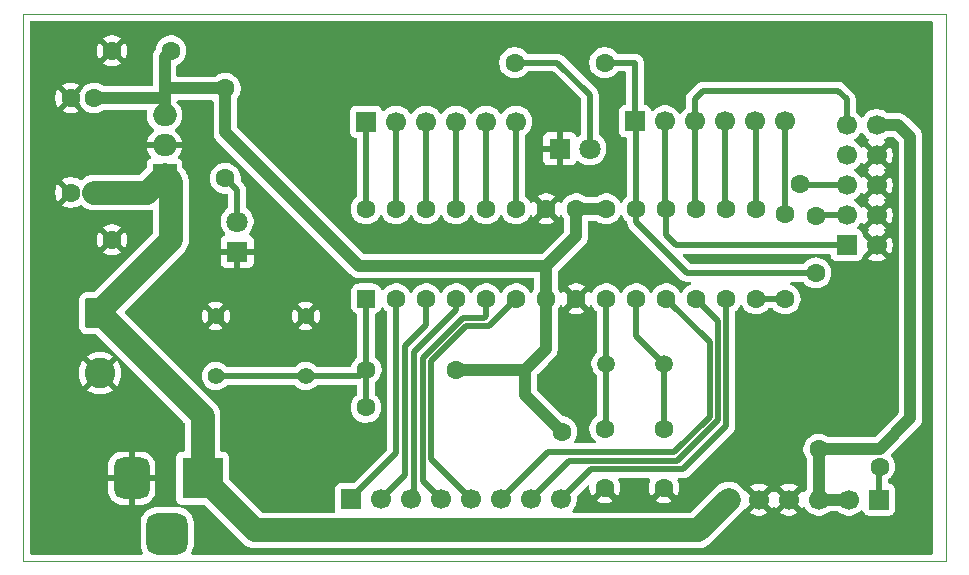
<source format=gbr>
%TF.GenerationSoftware,KiCad,Pcbnew,9.0.2*%
%TF.CreationDate,2025-12-18T18:42:25-03:00*%
%TF.ProjectId,Prometheus,50726f6d-6574-4686-9575-732e6b696361,2025-11-29*%
%TF.SameCoordinates,Original*%
%TF.FileFunction,Copper,L2,Bot*%
%TF.FilePolarity,Positive*%
%FSLAX46Y46*%
G04 Gerber Fmt 4.6, Leading zero omitted, Abs format (unit mm)*
G04 Created by KiCad (PCBNEW 9.0.2) date 2025-12-18 18:42:25*
%MOMM*%
%LPD*%
G01*
G04 APERTURE LIST*
G04 Aperture macros list*
%AMRoundRect*
0 Rectangle with rounded corners*
0 $1 Rounding radius*
0 $2 $3 $4 $5 $6 $7 $8 $9 X,Y pos of 4 corners*
0 Add a 4 corners polygon primitive as box body*
4,1,4,$2,$3,$4,$5,$6,$7,$8,$9,$2,$3,0*
0 Add four circle primitives for the rounded corners*
1,1,$1+$1,$2,$3*
1,1,$1+$1,$4,$5*
1,1,$1+$1,$6,$7*
1,1,$1+$1,$8,$9*
0 Add four rect primitives between the rounded corners*
20,1,$1+$1,$2,$3,$4,$5,0*
20,1,$1+$1,$4,$5,$6,$7,0*
20,1,$1+$1,$6,$7,$8,$9,0*
20,1,$1+$1,$8,$9,$2,$3,0*%
G04 Aperture macros list end*
%TA.AperFunction,ComponentPad*%
%ADD10R,1.700000X1.700000*%
%TD*%
%TA.AperFunction,ComponentPad*%
%ADD11C,1.700000*%
%TD*%
%TA.AperFunction,ComponentPad*%
%ADD12C,1.600000*%
%TD*%
%TA.AperFunction,ComponentPad*%
%ADD13C,1.397000*%
%TD*%
%TA.AperFunction,ComponentPad*%
%ADD14R,3.500000X3.500000*%
%TD*%
%TA.AperFunction,ComponentPad*%
%ADD15RoundRect,0.750000X-0.750000X-1.000000X0.750000X-1.000000X0.750000X1.000000X-0.750000X1.000000X0*%
%TD*%
%TA.AperFunction,ComponentPad*%
%ADD16RoundRect,0.875000X-0.875000X-0.875000X0.875000X-0.875000X0.875000X0.875000X-0.875000X0.875000X0*%
%TD*%
%TA.AperFunction,ComponentPad*%
%ADD17R,2.000000X1.905000*%
%TD*%
%TA.AperFunction,ComponentPad*%
%ADD18O,2.000000X1.905000*%
%TD*%
%TA.AperFunction,ComponentPad*%
%ADD19C,1.500000*%
%TD*%
%TA.AperFunction,ComponentPad*%
%ADD20R,1.800000X1.800000*%
%TD*%
%TA.AperFunction,ComponentPad*%
%ADD21C,1.800000*%
%TD*%
%TA.AperFunction,ComponentPad*%
%ADD22RoundRect,0.250000X-1.050000X1.050000X-1.050000X-1.050000X1.050000X-1.050000X1.050000X1.050000X0*%
%TD*%
%TA.AperFunction,ComponentPad*%
%ADD23C,2.600000*%
%TD*%
%TA.AperFunction,ComponentPad*%
%ADD24RoundRect,0.250000X0.550000X-0.550000X0.550000X0.550000X-0.550000X0.550000X-0.550000X-0.550000X0*%
%TD*%
%TA.AperFunction,ViaPad*%
%ADD25C,1.600000*%
%TD*%
%TA.AperFunction,Conductor*%
%ADD26C,0.500000*%
%TD*%
%TA.AperFunction,Conductor*%
%ADD27C,2.000000*%
%TD*%
%TA.AperFunction,Conductor*%
%ADD28C,1.000000*%
%TD*%
%TA.AperFunction,Profile*%
%ADD29C,0.050000*%
%TD*%
G04 APERTURE END LIST*
D10*
%TO.P,J4,1,Pin_1*%
%TO.N,/SCK*%
X164575000Y-80515000D03*
D11*
%TO.P,J4,2,Pin_2*%
%TO.N,/MISO*%
X167115000Y-80515000D03*
%TO.P,J4,3,Pin_3*%
%TO.N,/MOSI*%
X169655000Y-80515000D03*
%TO.P,J4,4,Pin_4*%
%TO.N,/PB2*%
X172195000Y-80515000D03*
%TO.P,J4,5,Pin_5*%
%TO.N,/PB1*%
X174735000Y-80515000D03*
%TO.P,J4,6,Pin_6*%
%TO.N,/PB0*%
X177275000Y-80515000D03*
%TD*%
D12*
%TO.P,R3,1*%
%TO.N,/SCK*%
X162010000Y-75540000D03*
%TO.P,R3,2*%
%TO.N,Net-(D2-A)*%
X154390000Y-75540000D03*
%TD*%
%TO.P,C2,1*%
%TO.N,/XTAL1*%
X162030000Y-106540000D03*
%TO.P,C2,2*%
%TO.N,GND*%
X162030000Y-111540000D03*
%TD*%
D13*
%TO.P,SW1,1,1*%
%TO.N,GND*%
X129090000Y-97000000D03*
X136710000Y-97000000D03*
%TO.P,SW1,2,2*%
%TO.N,/RST*%
X129090000Y-102080000D03*
X136710000Y-102080000D03*
%TD*%
D14*
%TO.P,J6,1*%
%TO.N,VCC*%
X127972500Y-110727500D03*
D15*
%TO.P,J6,2*%
%TO.N,GND*%
X121972500Y-110727500D03*
D16*
%TO.P,J6,3*%
%TO.N,unconnected-(J6-Pad3)*%
X124972500Y-115427500D03*
%TD*%
D10*
%TO.P,J1,1,Pin_1*%
%TO.N,Net-(J1-Pin_1)*%
X140525000Y-112515000D03*
D11*
%TO.P,J1,2,Pin_2*%
%TO.N,Net-(J1-Pin_2)*%
X143065000Y-112515000D03*
%TO.P,J1,3,Pin_3*%
%TO.N,Net-(J1-Pin_3)*%
X145605000Y-112515000D03*
%TO.P,J1,4,Pin_4*%
%TO.N,Net-(J1-Pin_4)*%
X148145000Y-112515000D03*
%TO.P,J1,5,Pin_5*%
%TO.N,Net-(J1-Pin_5)*%
X150685000Y-112515000D03*
%TO.P,J1,6,Pin_6*%
%TO.N,Net-(J1-Pin_6)*%
X153225000Y-112515000D03*
%TO.P,J1,7,Pin_7*%
%TO.N,Net-(J1-Pin_7)*%
X155765000Y-112515000D03*
%TO.P,J1,8,Pin_8*%
%TO.N,Net-(J1-Pin_8)*%
X158305000Y-112515000D03*
%TD*%
D12*
%TO.P,R1,1*%
%TO.N,+5V*%
X149450000Y-101540000D03*
%TO.P,R1,2*%
%TO.N,/RST*%
X141830000Y-101540000D03*
%TD*%
D17*
%TO.P,U2,1,VI*%
%TO.N,VCC*%
X124750000Y-85080000D03*
D18*
%TO.P,U2,2,GND*%
%TO.N,GND*%
X124750000Y-82540000D03*
%TO.P,U2,3,VO*%
%TO.N,+5V*%
X124750000Y-80000000D03*
%TD*%
D10*
%TO.P,J3,1,Pin_1*%
%TO.N,Net-(J3-Pin_1)*%
X141820000Y-80540000D03*
D11*
%TO.P,J3,2,Pin_2*%
%TO.N,Net-(J3-Pin_2)*%
X144360000Y-80540000D03*
%TO.P,J3,3,Pin_3*%
%TO.N,Net-(J3-Pin_3)*%
X146900000Y-80540000D03*
%TO.P,J3,4,Pin_4*%
%TO.N,Net-(J3-Pin_4)*%
X149440000Y-80540000D03*
%TO.P,J3,5,Pin_5*%
%TO.N,Net-(J3-Pin_5)*%
X151980000Y-80540000D03*
%TO.P,J3,6,Pin_6*%
%TO.N,Net-(J3-Pin_6)*%
X154520000Y-80540000D03*
%TD*%
D12*
%TO.P,C1,1*%
%TO.N,/XTAL2*%
X167030000Y-106540000D03*
%TO.P,C1,2*%
%TO.N,GND*%
X167030000Y-111540000D03*
%TD*%
%TO.P,R2,1*%
%TO.N,+5V*%
X129900000Y-77730000D03*
%TO.P,R2,2*%
%TO.N,Net-(D1-A)*%
X129900000Y-85350000D03*
%TD*%
%TO.P,C6,1*%
%TO.N,VCC*%
X125300000Y-90540000D03*
%TO.P,C6,2*%
%TO.N,GND*%
X120300000Y-90540000D03*
%TD*%
%TO.P,C3,1*%
%TO.N,VCC*%
X118800000Y-86540000D03*
%TO.P,C3,2*%
%TO.N,GND*%
X116800000Y-86540000D03*
%TD*%
D19*
%TO.P,Y1,1,1*%
%TO.N,/XTAL2*%
X167030000Y-101040000D03*
%TO.P,Y1,2,2*%
%TO.N,/XTAL1*%
X162150000Y-101040000D03*
%TD*%
D10*
%TO.P,J2,1,Pin_1*%
%TO.N,/RST*%
X185230000Y-112540000D03*
D11*
%TO.P,J2,2,Pin_2*%
%TO.N,+5V*%
X182690000Y-112540000D03*
%TO.P,J2,3,Pin_3*%
X180150000Y-112540000D03*
%TO.P,J2,4,Pin_4*%
%TO.N,GND*%
X177610000Y-112540000D03*
%TO.P,J2,5,Pin_5*%
X175070000Y-112540000D03*
%TO.P,J2,6,Pin_6*%
%TO.N,VCC*%
X172530000Y-112540000D03*
%TD*%
D20*
%TO.P,D1,1,K*%
%TO.N,GND*%
X130900000Y-91540000D03*
D21*
%TO.P,D1,2,A*%
%TO.N,Net-(D1-A)*%
X130900000Y-89000000D03*
%TD*%
D12*
%TO.P,C5,1*%
%TO.N,+5V*%
X125300000Y-74540000D03*
%TO.P,C5,2*%
%TO.N,GND*%
X120300000Y-74540000D03*
%TD*%
D10*
%TO.P,J5,1,Pin_1*%
%TO.N,/MISO*%
X182510000Y-90990000D03*
D11*
%TO.P,J5,2,Pin_2*%
%TO.N,GND*%
X185050000Y-90990000D03*
%TO.P,J5,3,Pin_3*%
%TO.N,/SCK*%
X182510000Y-88450000D03*
%TO.P,J5,4,Pin_4*%
%TO.N,GND*%
X185050000Y-88450000D03*
%TO.P,J5,5,Pin_5*%
%TO.N,/RST*%
X182510000Y-85910000D03*
%TO.P,J5,6,Pin_6*%
%TO.N,GND*%
X185050000Y-85910000D03*
%TO.P,J5,7,Pin_7*%
%TO.N,unconnected-(J5-Pin_7-Pad7)*%
X182510000Y-83370000D03*
%TO.P,J5,8,Pin_8*%
%TO.N,GND*%
X185050000Y-83370000D03*
%TO.P,J5,9,Pin_9*%
%TO.N,/MOSI*%
X182510000Y-80830000D03*
%TO.P,J5,10,Pin_10*%
%TO.N,+5V*%
X185050000Y-80830000D03*
%TD*%
D22*
%TO.P,J7,1,Pin_1*%
%TO.N,VCC*%
X119300000Y-96760000D03*
D23*
%TO.P,J7,2,Pin_2*%
%TO.N,GND*%
X119300000Y-101840000D03*
%TD*%
D12*
%TO.P,C4,1*%
%TO.N,+5V*%
X118800000Y-78540000D03*
%TO.P,C4,2*%
%TO.N,GND*%
X116800000Y-78540000D03*
%TD*%
D24*
%TO.P,U1,1,~{RESET}/PC6*%
%TO.N,/RST*%
X141820000Y-95540000D03*
D12*
%TO.P,U1,2,PD0*%
%TO.N,Net-(J1-Pin_1)*%
X144360000Y-95540000D03*
%TO.P,U1,3,PD1*%
%TO.N,Net-(J1-Pin_2)*%
X146900000Y-95540000D03*
%TO.P,U1,4,PD2*%
%TO.N,Net-(J1-Pin_3)*%
X149440000Y-95540000D03*
%TO.P,U1,5,PD3*%
%TO.N,Net-(J1-Pin_4)*%
X151980000Y-95540000D03*
%TO.P,U1,6,PD4*%
%TO.N,Net-(J1-Pin_5)*%
X154520000Y-95540000D03*
%TO.P,U1,7,VCC*%
%TO.N,+5V*%
X157060000Y-95540000D03*
%TO.P,U1,8,GND*%
%TO.N,GND*%
X159600000Y-95540000D03*
%TO.P,U1,9,XTAL1/PB6*%
%TO.N,/XTAL1*%
X162140000Y-95540000D03*
%TO.P,U1,10,XTAL2/PB7*%
%TO.N,/XTAL2*%
X164680000Y-95540000D03*
%TO.P,U1,11,PD5*%
%TO.N,Net-(J1-Pin_6)*%
X167220000Y-95540000D03*
%TO.P,U1,12,PD6*%
%TO.N,Net-(J1-Pin_7)*%
X169760000Y-95540000D03*
%TO.P,U1,13,PD7*%
%TO.N,Net-(J1-Pin_8)*%
X172300000Y-95540000D03*
%TO.P,U1,14,PB0*%
%TO.N,/PB0*%
X174840000Y-95540000D03*
%TO.P,U1,15,PB1*%
%TO.N,/PB1*%
X174840000Y-87920000D03*
%TO.P,U1,16,PB2*%
%TO.N,/PB2*%
X172300000Y-87920000D03*
%TO.P,U1,17,PB3*%
%TO.N,/MOSI*%
X169760000Y-87920000D03*
%TO.P,U1,18,PB4*%
%TO.N,/MISO*%
X167220000Y-87920000D03*
%TO.P,U1,19,PB5*%
%TO.N,/SCK*%
X164680000Y-87920000D03*
%TO.P,U1,20,AVCC*%
%TO.N,+5V*%
X162140000Y-87920000D03*
%TO.P,U1,21,AREF*%
X159600000Y-87920000D03*
%TO.P,U1,22,GND*%
%TO.N,GND*%
X157060000Y-87920000D03*
%TO.P,U1,23,PC0*%
%TO.N,Net-(J3-Pin_6)*%
X154520000Y-87920000D03*
%TO.P,U1,24,PC1*%
%TO.N,Net-(J3-Pin_5)*%
X151980000Y-87920000D03*
%TO.P,U1,25,PC2*%
%TO.N,Net-(J3-Pin_4)*%
X149440000Y-87920000D03*
%TO.P,U1,26,PC3*%
%TO.N,Net-(J3-Pin_3)*%
X146900000Y-87920000D03*
%TO.P,U1,27,PC4*%
%TO.N,Net-(J3-Pin_2)*%
X144360000Y-87920000D03*
%TO.P,U1,28,PC5*%
%TO.N,Net-(J3-Pin_1)*%
X141820000Y-87920000D03*
%TD*%
D20*
%TO.P,D2,1,K*%
%TO.N,GND*%
X158225000Y-82840000D03*
D21*
%TO.P,D2,2,A*%
%TO.N,Net-(D2-A)*%
X160765000Y-82840000D03*
%TD*%
D25*
%TO.N,GND*%
X161500000Y-90140000D03*
X156100000Y-90140000D03*
%TO.N,+5V*%
X180150000Y-108290000D03*
X158400000Y-106790000D03*
%TO.N,/RST*%
X185300000Y-109740000D03*
X141800000Y-104740000D03*
X178525000Y-85840000D03*
%TO.N,/PB0*%
X177275000Y-88340000D03*
X177300000Y-95540000D03*
%TO.N,/SCK*%
X179900000Y-88540000D03*
X179900000Y-93340000D03*
%TD*%
D26*
%TO.N,/XTAL2*%
X164680000Y-98690000D02*
X167030000Y-101040000D01*
X164680000Y-95540000D02*
X164680000Y-98690000D01*
X167030000Y-101040000D02*
X167030000Y-106540000D01*
%TO.N,/XTAL1*%
X162140000Y-101030000D02*
X162150000Y-101040000D01*
X162150000Y-101040000D02*
X162150000Y-106420000D01*
X162150000Y-106420000D02*
X162030000Y-106540000D01*
X162140000Y-95540000D02*
X162140000Y-101030000D01*
D27*
%TO.N,VCC*%
X123290000Y-86540000D02*
X124750000Y-85080000D01*
X125300000Y-85630000D02*
X124750000Y-85080000D01*
X169930000Y-115140000D02*
X172530000Y-112540000D01*
X132385000Y-115140000D02*
X169930000Y-115140000D01*
X127972500Y-110727500D02*
X132385000Y-115140000D01*
X127972500Y-105432500D02*
X119300000Y-96760000D01*
X119300000Y-96760000D02*
X119300000Y-96540000D01*
X125300000Y-90540000D02*
X125300000Y-85630000D01*
X119300000Y-96540000D02*
X125300000Y-90540000D01*
X127972500Y-110727500D02*
X127972500Y-105432500D01*
X118800000Y-86540000D02*
X123290000Y-86540000D01*
D28*
%TO.N,+5V*%
X180150000Y-108290000D02*
X180200000Y-108240000D01*
X141240000Y-92780000D02*
X157060000Y-92780000D01*
X180200000Y-108240000D02*
X185300000Y-108240000D01*
X129900000Y-77730000D02*
X129900000Y-81440000D01*
X156350000Y-100490000D02*
X157060000Y-99780000D01*
X182700000Y-112530000D02*
X182690000Y-112540000D01*
X129900000Y-81440000D02*
X141240000Y-92780000D01*
X149450000Y-101540000D02*
X155300000Y-101540000D01*
X159600000Y-87920000D02*
X162140000Y-87920000D01*
X185300000Y-108240000D02*
X187900000Y-105640000D01*
X124840000Y-77730000D02*
X124750000Y-77640000D01*
X157060000Y-92780000D02*
X159600000Y-90240000D01*
X129900000Y-77730000D02*
X124840000Y-77730000D01*
X155300000Y-101540000D02*
X155300000Y-103690000D01*
X124750000Y-77640000D02*
X124750000Y-75090000D01*
X124750000Y-80000000D02*
X124750000Y-78540000D01*
X180150000Y-112540000D02*
X182690000Y-112540000D01*
X180150000Y-108290000D02*
X180150000Y-112540000D01*
X124750000Y-78540000D02*
X124750000Y-77640000D01*
X124750000Y-75090000D02*
X125300000Y-74540000D01*
X186890000Y-80830000D02*
X185050000Y-80830000D01*
X118800000Y-78540000D02*
X124750000Y-78540000D01*
X187900000Y-105640000D02*
X187900000Y-81840000D01*
X155300000Y-103690000D02*
X158400000Y-106790000D01*
X157060000Y-99780000D02*
X157060000Y-95540000D01*
X187900000Y-81840000D02*
X186890000Y-80830000D01*
X155300000Y-101540000D02*
X156350000Y-100490000D01*
X157060000Y-95540000D02*
X157060000Y-92780000D01*
X159600000Y-90240000D02*
X159600000Y-87920000D01*
D26*
%TO.N,Net-(D1-A)*%
X130900000Y-86350000D02*
X129900000Y-85350000D01*
X130900000Y-89000000D02*
X130900000Y-86350000D01*
%TO.N,Net-(D2-A)*%
X158000000Y-75540000D02*
X160765000Y-78305000D01*
X160765000Y-78305000D02*
X160765000Y-82840000D01*
X154390000Y-75540000D02*
X158000000Y-75540000D01*
%TO.N,Net-(J1-Pin_8)*%
X172300000Y-106340000D02*
X168651000Y-109989000D01*
X160831000Y-109989000D02*
X168651000Y-109989000D01*
X172300000Y-95540000D02*
X172300000Y-106340000D01*
X158305000Y-112515000D02*
X160831000Y-109989000D01*
%TO.N,Net-(J1-Pin_2)*%
X145150000Y-110430000D02*
X143065000Y-112515000D01*
X146900000Y-97790000D02*
X145150000Y-99540000D01*
X145150000Y-99540000D02*
X145150000Y-110430000D01*
X146900000Y-95540000D02*
X146900000Y-97790000D01*
%TO.N,Net-(J1-Pin_3)*%
X149440000Y-96500000D02*
X145900000Y-100040000D01*
X145898000Y-111259364D02*
X145900000Y-111261364D01*
X145900000Y-112220000D02*
X145605000Y-112515000D01*
X145898000Y-100259272D02*
X145898000Y-111259364D01*
X145900000Y-111261364D02*
X145900000Y-112220000D01*
X149440000Y-95540000D02*
X149440000Y-96500000D01*
X145900000Y-100040000D02*
X145900000Y-100257272D01*
X145900000Y-100257272D02*
X145898000Y-100259272D01*
%TO.N,Net-(J1-Pin_4)*%
X150009636Y-97139000D02*
X151801000Y-97139000D01*
X151980000Y-96960000D02*
X151980000Y-95540000D01*
X146599000Y-110969000D02*
X146599000Y-100549636D01*
X148145000Y-112515000D02*
X146599000Y-110969000D01*
X151801000Y-97139000D02*
X151980000Y-96960000D01*
X146599000Y-100549636D02*
X150009636Y-97139000D01*
%TO.N,Net-(J1-Pin_6)*%
X157200000Y-108540000D02*
X153225000Y-112515000D01*
X170898000Y-99218000D02*
X167220000Y-95540000D01*
X170898000Y-105542000D02*
X170898000Y-99218000D01*
X167900000Y-108540000D02*
X170898000Y-105542000D01*
X167900000Y-108540000D02*
X157200000Y-108540000D01*
%TO.N,Net-(J1-Pin_5)*%
X152220000Y-97840000D02*
X154520000Y-95540000D01*
X150300000Y-97840000D02*
X152220000Y-97840000D01*
X147300000Y-100840000D02*
X147300000Y-109130000D01*
X147300000Y-109130000D02*
X150685000Y-112515000D01*
X147300000Y-100840000D02*
X150300000Y-97840000D01*
%TO.N,Net-(J1-Pin_7)*%
X158992000Y-109288000D02*
X155765000Y-112515000D01*
X169760000Y-95540000D02*
X171599000Y-97379000D01*
X168152000Y-109288000D02*
X158992000Y-109288000D01*
X171599000Y-105841000D02*
X168152000Y-109288000D01*
X171599000Y-97379000D02*
X171599000Y-105841000D01*
%TO.N,Net-(J1-Pin_1)*%
X144500000Y-95680000D02*
X144360000Y-95540000D01*
X144360000Y-95540000D02*
X144360000Y-108580000D01*
X144360000Y-108580000D02*
X140525000Y-112415000D01*
X140525000Y-112415000D02*
X140525000Y-112515000D01*
%TO.N,/RST*%
X178595000Y-85910000D02*
X178525000Y-85840000D01*
X141830000Y-101540000D02*
X141830000Y-95550000D01*
X182510000Y-85910000D02*
X178595000Y-85910000D01*
X141830000Y-95550000D02*
X141820000Y-95540000D01*
X136710000Y-102080000D02*
X133800000Y-102080000D01*
X185230000Y-109810000D02*
X185300000Y-109740000D01*
X133800000Y-102080000D02*
X129090000Y-102080000D01*
X141830000Y-104710000D02*
X141800000Y-104740000D01*
X185230000Y-112540000D02*
X185230000Y-109810000D01*
X136710000Y-102080000D02*
X141290000Y-102080000D01*
X141290000Y-102080000D02*
X141830000Y-101540000D01*
X141830000Y-101540000D02*
X141830000Y-104710000D01*
%TO.N,Net-(J3-Pin_5)*%
X151980000Y-80540000D02*
X151980000Y-87920000D01*
%TO.N,Net-(J3-Pin_6)*%
X154520000Y-87920000D02*
X154520000Y-80540000D01*
%TO.N,Net-(J3-Pin_3)*%
X146900000Y-80540000D02*
X146900000Y-87920000D01*
%TO.N,Net-(J3-Pin_4)*%
X149440000Y-87920000D02*
X149440000Y-80540000D01*
%TO.N,Net-(J3-Pin_1)*%
X141820000Y-80540000D02*
X141820000Y-87920000D01*
%TO.N,Net-(J3-Pin_2)*%
X144360000Y-87920000D02*
X144360000Y-80540000D01*
%TO.N,/PB0*%
X177275000Y-88340000D02*
X177275000Y-88515000D01*
X177275000Y-80515000D02*
X177275000Y-88340000D01*
X177300000Y-95540000D02*
X174840000Y-95540000D01*
X177275000Y-88515000D02*
X177300000Y-88540000D01*
%TO.N,/MISO*%
X167115000Y-87815000D02*
X167220000Y-87920000D01*
X167115000Y-80515000D02*
X167115000Y-87815000D01*
X168050000Y-90990000D02*
X182510000Y-90990000D01*
X167220000Y-87920000D02*
X167220000Y-90160000D01*
X167220000Y-90160000D02*
X168050000Y-90990000D01*
%TO.N,/SCK*%
X182510000Y-88450000D02*
X179990000Y-88450000D01*
X164575000Y-75540000D02*
X162010000Y-75540000D01*
X168968630Y-93340000D02*
X164680000Y-89051370D01*
X164575000Y-75540000D02*
X164575000Y-80515000D01*
X164680000Y-80620000D02*
X164575000Y-80515000D01*
X179990000Y-88450000D02*
X179900000Y-88540000D01*
X179900000Y-93340000D02*
X168968630Y-93340000D01*
X164680000Y-89051370D02*
X164680000Y-87920000D01*
X164680000Y-87920000D02*
X164680000Y-80620000D01*
%TO.N,/MOSI*%
X169655000Y-78585000D02*
X170300000Y-77940000D01*
X169655000Y-80515000D02*
X169655000Y-78585000D01*
X170300000Y-77940000D02*
X181800000Y-77940000D01*
X182510000Y-78650000D02*
X182510000Y-80830000D01*
X169655000Y-80515000D02*
X169655000Y-87815000D01*
X169655000Y-87815000D02*
X169760000Y-87920000D01*
X181800000Y-77940000D02*
X182510000Y-78650000D01*
%TO.N,/PB1*%
X174840000Y-80620000D02*
X174735000Y-80515000D01*
X174840000Y-87920000D02*
X174840000Y-80620000D01*
%TO.N,/PB2*%
X172195000Y-87815000D02*
X172300000Y-87920000D01*
X172195000Y-80515000D02*
X172195000Y-87815000D01*
%TD*%
%TA.AperFunction,Conductor*%
%TO.N,GND*%
G36*
X189743039Y-72010185D02*
G01*
X189788794Y-72062989D01*
X189800000Y-72114500D01*
X189800000Y-117065500D01*
X189780315Y-117132539D01*
X189727511Y-117178294D01*
X189676000Y-117189500D01*
X127138373Y-117189500D01*
X127071334Y-117169815D01*
X127025579Y-117117011D01*
X127015635Y-117047853D01*
X127031427Y-117002742D01*
X127093074Y-116897690D01*
X127175745Y-116678626D01*
X127220205Y-116448741D01*
X127223000Y-116396122D01*
X127223000Y-114458878D01*
X127220205Y-114406259D01*
X127175745Y-114176374D01*
X127093074Y-113957310D01*
X126974570Y-113755368D01*
X126974565Y-113755361D01*
X126823643Y-113576358D01*
X126823641Y-113576356D01*
X126644638Y-113425434D01*
X126644631Y-113425429D01*
X126442689Y-113306925D01*
X126345013Y-113270064D01*
X126223626Y-113224255D01*
X126223621Y-113224254D01*
X126223616Y-113224252D01*
X126220970Y-113223740D01*
X126219951Y-113223213D01*
X126218550Y-113222817D01*
X126218630Y-113222531D01*
X126158892Y-113191677D01*
X126124003Y-113131141D01*
X126127381Y-113061353D01*
X126167952Y-113004470D01*
X126232837Y-112978552D01*
X126244509Y-112977999D01*
X128049610Y-112977999D01*
X128116649Y-112997684D01*
X128137291Y-113014318D01*
X131407490Y-116284517D01*
X131598566Y-116423343D01*
X131648413Y-116448741D01*
X131809003Y-116530566D01*
X131809005Y-116530566D01*
X131809008Y-116530568D01*
X131929412Y-116569689D01*
X132033631Y-116603553D01*
X132266903Y-116640500D01*
X132266908Y-116640500D01*
X170048097Y-116640500D01*
X170281368Y-116603553D01*
X170505992Y-116530568D01*
X170716434Y-116423343D01*
X170907510Y-116284517D01*
X173674517Y-113517510D01*
X173797508Y-113348227D01*
X173797839Y-113347782D01*
X173825231Y-113327060D01*
X173852489Y-113306043D01*
X173853145Y-113305946D01*
X173853562Y-113305631D01*
X173857143Y-113305356D01*
X173907207Y-113297976D01*
X173954728Y-113301716D01*
X174587037Y-112669408D01*
X174604075Y-112732993D01*
X174669901Y-112847007D01*
X174762993Y-112940099D01*
X174877007Y-113005925D01*
X174940590Y-113022962D01*
X174308282Y-113655269D01*
X174308282Y-113655270D01*
X174362449Y-113694624D01*
X174551782Y-113791095D01*
X174753870Y-113856757D01*
X174963754Y-113890000D01*
X175176246Y-113890000D01*
X175386127Y-113856757D01*
X175386130Y-113856757D01*
X175588217Y-113791095D01*
X175777554Y-113694622D01*
X175831716Y-113655270D01*
X175831717Y-113655270D01*
X175199408Y-113022962D01*
X175262993Y-113005925D01*
X175377007Y-112940099D01*
X175470099Y-112847007D01*
X175535925Y-112732993D01*
X175552962Y-112669408D01*
X176185270Y-113301717D01*
X176185270Y-113301716D01*
X176224622Y-113247554D01*
X176229514Y-113237954D01*
X176277488Y-113187157D01*
X176345308Y-113170361D01*
X176411444Y-113192897D01*
X176450486Y-113237954D01*
X176455375Y-113247550D01*
X176494728Y-113301716D01*
X177127037Y-112669408D01*
X177144075Y-112732993D01*
X177209901Y-112847007D01*
X177302993Y-112940099D01*
X177417007Y-113005925D01*
X177480590Y-113022962D01*
X176848282Y-113655269D01*
X176848282Y-113655270D01*
X176902449Y-113694624D01*
X177091782Y-113791095D01*
X177293870Y-113856757D01*
X177503754Y-113890000D01*
X177716246Y-113890000D01*
X177926127Y-113856757D01*
X177926130Y-113856757D01*
X178128217Y-113791095D01*
X178317554Y-113694622D01*
X178371716Y-113655270D01*
X178371717Y-113655270D01*
X177739408Y-113022962D01*
X177802993Y-113005925D01*
X177917007Y-112940099D01*
X178010099Y-112847007D01*
X178075925Y-112732993D01*
X178092962Y-112669408D01*
X178725270Y-113301717D01*
X178725270Y-113301716D01*
X178764622Y-113247555D01*
X178769232Y-113238507D01*
X178817205Y-113187709D01*
X178885025Y-113170912D01*
X178951161Y-113193447D01*
X178990204Y-113238504D01*
X178994949Y-113247817D01*
X179119890Y-113419786D01*
X179270213Y-113570109D01*
X179442179Y-113695048D01*
X179442181Y-113695049D01*
X179442184Y-113695051D01*
X179631588Y-113791557D01*
X179833757Y-113857246D01*
X180043713Y-113890500D01*
X180043714Y-113890500D01*
X180256286Y-113890500D01*
X180256287Y-113890500D01*
X180466243Y-113857246D01*
X180668412Y-113791557D01*
X180857816Y-113695051D01*
X180872769Y-113684186D01*
X181033734Y-113567241D01*
X181034364Y-113568108D01*
X181093419Y-113541641D01*
X181110200Y-113540500D01*
X181729800Y-113540500D01*
X181796839Y-113560185D01*
X181809365Y-113569493D01*
X181982179Y-113695048D01*
X181982181Y-113695049D01*
X181982184Y-113695051D01*
X182171588Y-113791557D01*
X182373757Y-113857246D01*
X182583713Y-113890500D01*
X182583714Y-113890500D01*
X182796286Y-113890500D01*
X182796287Y-113890500D01*
X183006243Y-113857246D01*
X183208412Y-113791557D01*
X183397816Y-113695051D01*
X183569792Y-113570104D01*
X183683329Y-113456566D01*
X183744648Y-113423084D01*
X183814340Y-113428068D01*
X183870274Y-113469939D01*
X183887189Y-113500917D01*
X183936202Y-113632328D01*
X183936206Y-113632335D01*
X184022452Y-113747544D01*
X184022455Y-113747547D01*
X184137664Y-113833793D01*
X184137671Y-113833797D01*
X184272517Y-113884091D01*
X184272516Y-113884091D01*
X184279444Y-113884835D01*
X184332127Y-113890500D01*
X186127872Y-113890499D01*
X186187483Y-113884091D01*
X186322331Y-113833796D01*
X186437546Y-113747546D01*
X186523796Y-113632331D01*
X186574091Y-113497483D01*
X186580500Y-113437873D01*
X186580499Y-111642128D01*
X186574091Y-111582517D01*
X186572810Y-111579083D01*
X186523797Y-111447671D01*
X186523793Y-111447664D01*
X186437547Y-111332455D01*
X186437544Y-111332452D01*
X186322335Y-111246206D01*
X186322328Y-111246202D01*
X186187482Y-111195908D01*
X186187483Y-111195908D01*
X186127883Y-111189501D01*
X186127881Y-111189500D01*
X186127873Y-111189500D01*
X186127865Y-111189500D01*
X186104500Y-111189500D01*
X186095814Y-111186949D01*
X186086853Y-111188238D01*
X186062812Y-111177259D01*
X186037461Y-111169815D01*
X186031533Y-111162974D01*
X186023297Y-111159213D01*
X186009007Y-111136978D01*
X185991706Y-111117011D01*
X185989418Y-111106496D01*
X185985523Y-111100435D01*
X185980500Y-111065500D01*
X185980500Y-110916274D01*
X186000185Y-110849235D01*
X186031613Y-110815957D01*
X186147219Y-110731966D01*
X186291966Y-110587219D01*
X186291968Y-110587215D01*
X186291971Y-110587213D01*
X186371681Y-110477500D01*
X186412287Y-110421610D01*
X186505220Y-110239219D01*
X186568477Y-110044534D01*
X186600500Y-109842352D01*
X186600500Y-109637648D01*
X186568477Y-109435466D01*
X186568476Y-109435464D01*
X186537729Y-109340833D01*
X186505220Y-109240781D01*
X186505218Y-109240778D01*
X186505218Y-109240776D01*
X186437625Y-109108119D01*
X186412287Y-109058390D01*
X186404556Y-109047749D01*
X186291971Y-108892786D01*
X186264733Y-108865548D01*
X186231248Y-108804225D01*
X186236232Y-108734533D01*
X186264733Y-108690186D01*
X186767271Y-108187648D01*
X188677139Y-106277782D01*
X188686576Y-106263658D01*
X188786632Y-106113914D01*
X188862051Y-105931835D01*
X188863589Y-105924106D01*
X188891484Y-105783868D01*
X188900500Y-105738541D01*
X188900500Y-81741459D01*
X188900500Y-81741456D01*
X188885100Y-81664039D01*
X188878793Y-81632331D01*
X188878793Y-81632328D01*
X188866415Y-81570102D01*
X188862052Y-81548165D01*
X188798843Y-81395566D01*
X188786633Y-81366088D01*
X188786628Y-81366079D01*
X188677140Y-81202219D01*
X188677137Y-81202215D01*
X187674209Y-80199289D01*
X187674206Y-80199285D01*
X187674206Y-80199286D01*
X187667139Y-80192219D01*
X187667139Y-80192218D01*
X187527782Y-80052861D01*
X187527781Y-80052860D01*
X187527780Y-80052859D01*
X187363920Y-79943371D01*
X187363907Y-79943364D01*
X187213322Y-79880990D01*
X187213316Y-79880988D01*
X187204213Y-79877218D01*
X187181836Y-79867949D01*
X187043841Y-79840500D01*
X187041564Y-79840047D01*
X187041547Y-79840043D01*
X186988543Y-79829500D01*
X186988541Y-79829500D01*
X186010200Y-79829500D01*
X185943161Y-79809815D01*
X185930634Y-79800506D01*
X185757820Y-79674951D01*
X185568414Y-79578444D01*
X185568413Y-79578443D01*
X185568412Y-79578443D01*
X185366243Y-79512754D01*
X185366241Y-79512753D01*
X185366240Y-79512753D01*
X185190368Y-79484898D01*
X185156287Y-79479500D01*
X184943713Y-79479500D01*
X184909632Y-79484898D01*
X184733760Y-79512753D01*
X184531585Y-79578444D01*
X184342179Y-79674951D01*
X184170213Y-79799890D01*
X184019890Y-79950213D01*
X183894949Y-80122182D01*
X183890484Y-80130946D01*
X183842509Y-80181742D01*
X183774688Y-80198536D01*
X183708553Y-80175998D01*
X183669516Y-80130946D01*
X183665050Y-80122182D01*
X183540109Y-79950213D01*
X183389794Y-79799898D01*
X183389788Y-79799893D01*
X183311615Y-79743097D01*
X183268949Y-79687767D01*
X183260500Y-79642779D01*
X183260500Y-78576081D01*
X183260499Y-78576080D01*
X183250664Y-78526632D01*
X183231659Y-78431088D01*
X183175494Y-78295495D01*
X183175084Y-78294505D01*
X183135635Y-78235466D01*
X183092952Y-78171585D01*
X183061367Y-78140000D01*
X182988416Y-78067049D01*
X182870865Y-77949498D01*
X182278421Y-77357052D01*
X182278414Y-77357046D01*
X182198204Y-77303452D01*
X182198204Y-77303453D01*
X182155495Y-77274916D01*
X182155492Y-77274914D01*
X182155491Y-77274914D01*
X182018917Y-77218343D01*
X182018907Y-77218340D01*
X181873920Y-77189500D01*
X181873918Y-77189500D01*
X170226082Y-77189500D01*
X170226076Y-77189500D01*
X170197242Y-77195234D01*
X170197243Y-77195235D01*
X170081093Y-77218339D01*
X170081083Y-77218342D01*
X170001081Y-77251479D01*
X170001082Y-77251480D01*
X169944506Y-77274915D01*
X169944498Y-77274919D01*
X169901797Y-77303452D01*
X169901796Y-77303452D01*
X169821585Y-77357046D01*
X169821578Y-77357052D01*
X169072048Y-78106583D01*
X169054508Y-78132834D01*
X169037084Y-78158913D01*
X168989919Y-78229499D01*
X168989912Y-78229511D01*
X168933343Y-78366082D01*
X168933340Y-78366092D01*
X168904500Y-78511079D01*
X168904500Y-79327779D01*
X168884815Y-79394818D01*
X168853385Y-79428097D01*
X168775211Y-79484893D01*
X168775205Y-79484898D01*
X168624890Y-79635213D01*
X168499949Y-79807182D01*
X168495484Y-79815946D01*
X168447509Y-79866742D01*
X168379688Y-79883536D01*
X168313553Y-79860998D01*
X168274516Y-79815946D01*
X168270050Y-79807182D01*
X168145109Y-79635213D01*
X167994786Y-79484890D01*
X167822820Y-79359951D01*
X167633414Y-79263444D01*
X167633413Y-79263443D01*
X167633412Y-79263443D01*
X167431243Y-79197754D01*
X167431241Y-79197753D01*
X167431240Y-79197753D01*
X167269957Y-79172208D01*
X167221287Y-79164500D01*
X167008713Y-79164500D01*
X166960042Y-79172208D01*
X166798760Y-79197753D01*
X166596585Y-79263444D01*
X166407179Y-79359951D01*
X166235215Y-79484889D01*
X166121673Y-79598431D01*
X166060350Y-79631915D01*
X165990658Y-79626931D01*
X165934725Y-79585059D01*
X165917810Y-79554082D01*
X165868797Y-79422671D01*
X165868793Y-79422664D01*
X165782547Y-79307455D01*
X165782544Y-79307452D01*
X165667335Y-79221206D01*
X165667328Y-79221202D01*
X165532482Y-79170908D01*
X165532483Y-79170908D01*
X165472883Y-79164501D01*
X165472881Y-79164500D01*
X165472873Y-79164500D01*
X165472865Y-79164500D01*
X165449500Y-79164500D01*
X165382461Y-79144815D01*
X165336706Y-79092011D01*
X165325500Y-79040500D01*
X165325500Y-75466079D01*
X165296659Y-75321092D01*
X165296658Y-75321091D01*
X165296658Y-75321087D01*
X165261193Y-75235466D01*
X165240087Y-75184511D01*
X165240080Y-75184498D01*
X165157951Y-75061584D01*
X165157948Y-75061580D01*
X165053419Y-74957051D01*
X165053415Y-74957048D01*
X164930501Y-74874919D01*
X164930488Y-74874912D01*
X164793917Y-74818343D01*
X164793907Y-74818340D01*
X164648920Y-74789500D01*
X164648918Y-74789500D01*
X163135418Y-74789500D01*
X163068379Y-74769815D01*
X163035100Y-74738385D01*
X163001971Y-74692787D01*
X163001967Y-74692782D01*
X162857213Y-74548028D01*
X162691613Y-74427715D01*
X162691612Y-74427714D01*
X162691610Y-74427713D01*
X162634653Y-74398691D01*
X162509223Y-74334781D01*
X162314534Y-74271522D01*
X162139995Y-74243878D01*
X162112352Y-74239500D01*
X161907648Y-74239500D01*
X161883329Y-74243351D01*
X161705465Y-74271522D01*
X161510776Y-74334781D01*
X161328386Y-74427715D01*
X161162786Y-74548028D01*
X161018028Y-74692786D01*
X160897715Y-74858386D01*
X160804781Y-75040776D01*
X160741522Y-75235465D01*
X160709500Y-75437648D01*
X160709500Y-75642351D01*
X160741522Y-75844534D01*
X160804781Y-76039223D01*
X160897715Y-76221613D01*
X161018028Y-76387213D01*
X161162786Y-76531971D01*
X161280805Y-76617715D01*
X161328390Y-76652287D01*
X161441295Y-76709815D01*
X161510776Y-76745218D01*
X161510778Y-76745218D01*
X161510781Y-76745220D01*
X161615137Y-76779127D01*
X161705465Y-76808477D01*
X161806557Y-76824488D01*
X161907648Y-76840500D01*
X161907649Y-76840500D01*
X162112351Y-76840500D01*
X162112352Y-76840500D01*
X162314534Y-76808477D01*
X162509219Y-76745220D01*
X162691610Y-76652287D01*
X162784590Y-76584732D01*
X162857213Y-76531971D01*
X162857215Y-76531968D01*
X162857219Y-76531966D01*
X163001966Y-76387219D01*
X163019570Y-76362989D01*
X163035100Y-76341615D01*
X163090429Y-76298949D01*
X163135418Y-76290500D01*
X163700500Y-76290500D01*
X163767539Y-76310185D01*
X163813294Y-76362989D01*
X163824500Y-76414500D01*
X163824500Y-79040500D01*
X163804815Y-79107539D01*
X163752011Y-79153294D01*
X163700505Y-79164500D01*
X163677132Y-79164500D01*
X163677123Y-79164501D01*
X163617516Y-79170908D01*
X163482671Y-79221202D01*
X163482664Y-79221206D01*
X163367455Y-79307452D01*
X163367452Y-79307455D01*
X163281206Y-79422664D01*
X163281202Y-79422671D01*
X163230908Y-79557517D01*
X163224501Y-79617116D01*
X163224500Y-79617135D01*
X163224500Y-81412870D01*
X163224501Y-81412876D01*
X163230908Y-81472483D01*
X163281202Y-81607328D01*
X163281206Y-81607335D01*
X163367452Y-81722544D01*
X163367455Y-81722547D01*
X163482664Y-81808793D01*
X163482671Y-81808797D01*
X163483068Y-81808945D01*
X163617517Y-81859091D01*
X163677127Y-81865500D01*
X163805500Y-81865499D01*
X163872539Y-81885183D01*
X163918294Y-81937987D01*
X163929500Y-81989499D01*
X163929500Y-86794582D01*
X163909815Y-86861621D01*
X163878385Y-86894900D01*
X163832787Y-86928028D01*
X163832782Y-86928032D01*
X163688028Y-87072786D01*
X163567715Y-87238386D01*
X163520485Y-87331080D01*
X163472510Y-87381876D01*
X163404689Y-87398671D01*
X163338554Y-87376134D01*
X163299515Y-87331080D01*
X163278830Y-87290484D01*
X163252287Y-87238390D01*
X163220092Y-87194077D01*
X163131971Y-87072786D01*
X162987213Y-86928028D01*
X162821613Y-86807715D01*
X162821612Y-86807714D01*
X162821610Y-86807713D01*
X162748756Y-86770592D01*
X162639223Y-86714781D01*
X162444534Y-86651522D01*
X162269995Y-86623878D01*
X162242352Y-86619500D01*
X162037648Y-86619500D01*
X162013329Y-86623351D01*
X161835465Y-86651522D01*
X161640776Y-86714781D01*
X161458386Y-86807715D01*
X161355863Y-86882201D01*
X161338387Y-86894900D01*
X161337123Y-86895818D01*
X161271317Y-86919298D01*
X161264238Y-86919500D01*
X160475762Y-86919500D01*
X160408723Y-86899815D01*
X160402877Y-86895818D01*
X160401613Y-86894900D01*
X160311825Y-86829665D01*
X160281613Y-86807715D01*
X160281612Y-86807714D01*
X160281610Y-86807713D01*
X160208756Y-86770592D01*
X160099223Y-86714781D01*
X159904534Y-86651522D01*
X159729995Y-86623878D01*
X159702352Y-86619500D01*
X159497648Y-86619500D01*
X159473329Y-86623351D01*
X159295465Y-86651522D01*
X159100776Y-86714781D01*
X158918386Y-86807715D01*
X158752786Y-86928028D01*
X158608028Y-87072786D01*
X158487713Y-87238388D01*
X158440203Y-87331630D01*
X158392228Y-87382426D01*
X158324407Y-87399220D01*
X158258272Y-87376682D01*
X158219234Y-87331628D01*
X158171861Y-87238652D01*
X158139474Y-87194077D01*
X158139474Y-87194076D01*
X157460000Y-87873551D01*
X157460000Y-87867339D01*
X157432741Y-87765606D01*
X157380080Y-87674394D01*
X157305606Y-87599920D01*
X157214394Y-87547259D01*
X157112661Y-87520000D01*
X157106446Y-87520000D01*
X157785922Y-86840524D01*
X157785921Y-86840523D01*
X157741359Y-86808147D01*
X157741350Y-86808141D01*
X157559031Y-86715244D01*
X157364417Y-86652009D01*
X157162317Y-86620000D01*
X156957683Y-86620000D01*
X156755582Y-86652009D01*
X156560968Y-86715244D01*
X156378644Y-86808143D01*
X156334077Y-86840523D01*
X156334077Y-86840524D01*
X157013554Y-87520000D01*
X157007339Y-87520000D01*
X156905606Y-87547259D01*
X156814394Y-87599920D01*
X156739920Y-87674394D01*
X156687259Y-87765606D01*
X156660000Y-87867339D01*
X156660000Y-87873553D01*
X155980524Y-87194077D01*
X155980523Y-87194077D01*
X155948143Y-87238644D01*
X155900765Y-87331630D01*
X155852790Y-87382426D01*
X155784969Y-87399221D01*
X155718834Y-87376683D01*
X155679795Y-87331630D01*
X155658830Y-87290484D01*
X155632287Y-87238390D01*
X155632285Y-87238387D01*
X155632284Y-87238385D01*
X155511971Y-87072786D01*
X155417838Y-86978653D01*
X155367219Y-86928034D01*
X155317381Y-86891824D01*
X155313414Y-86888396D01*
X155297211Y-86863254D01*
X155278949Y-86839571D01*
X155277714Y-86832999D01*
X155275566Y-86829665D01*
X155275555Y-86821503D01*
X155270500Y-86794582D01*
X155270500Y-81727220D01*
X155290185Y-81660181D01*
X155321614Y-81626902D01*
X155399792Y-81570104D01*
X155550104Y-81419792D01*
X155550106Y-81419788D01*
X155550109Y-81419786D01*
X155675048Y-81247820D01*
X155675047Y-81247820D01*
X155675051Y-81247816D01*
X155771557Y-81058412D01*
X155837246Y-80856243D01*
X155870500Y-80646287D01*
X155870500Y-80433713D01*
X155837246Y-80223757D01*
X155771557Y-80021588D01*
X155675051Y-79832184D01*
X155675049Y-79832181D01*
X155675048Y-79832179D01*
X155550109Y-79660213D01*
X155399786Y-79509890D01*
X155227820Y-79384951D01*
X155038414Y-79288444D01*
X155038413Y-79288443D01*
X155038412Y-79288443D01*
X154836243Y-79222754D01*
X154836241Y-79222753D01*
X154836240Y-79222753D01*
X154674957Y-79197208D01*
X154626287Y-79189500D01*
X154413713Y-79189500D01*
X154365042Y-79197208D01*
X154203760Y-79222753D01*
X154001585Y-79288444D01*
X153812179Y-79384951D01*
X153640213Y-79509890D01*
X153489890Y-79660213D01*
X153364949Y-79832182D01*
X153360484Y-79840946D01*
X153312509Y-79891742D01*
X153244688Y-79908536D01*
X153178553Y-79885998D01*
X153139516Y-79840946D01*
X153135050Y-79832182D01*
X153010109Y-79660213D01*
X152859786Y-79509890D01*
X152687820Y-79384951D01*
X152498414Y-79288444D01*
X152498413Y-79288443D01*
X152498412Y-79288443D01*
X152296243Y-79222754D01*
X152296241Y-79222753D01*
X152296240Y-79222753D01*
X152134957Y-79197208D01*
X152086287Y-79189500D01*
X151873713Y-79189500D01*
X151825042Y-79197208D01*
X151663760Y-79222753D01*
X151461585Y-79288444D01*
X151272179Y-79384951D01*
X151100213Y-79509890D01*
X150949890Y-79660213D01*
X150824949Y-79832182D01*
X150820484Y-79840946D01*
X150772509Y-79891742D01*
X150704688Y-79908536D01*
X150638553Y-79885998D01*
X150599516Y-79840946D01*
X150595050Y-79832182D01*
X150470109Y-79660213D01*
X150319786Y-79509890D01*
X150147820Y-79384951D01*
X149958414Y-79288444D01*
X149958413Y-79288443D01*
X149958412Y-79288443D01*
X149756243Y-79222754D01*
X149756241Y-79222753D01*
X149756240Y-79222753D01*
X149594957Y-79197208D01*
X149546287Y-79189500D01*
X149333713Y-79189500D01*
X149285042Y-79197208D01*
X149123760Y-79222753D01*
X148921585Y-79288444D01*
X148732179Y-79384951D01*
X148560213Y-79509890D01*
X148409890Y-79660213D01*
X148284949Y-79832182D01*
X148280484Y-79840946D01*
X148232509Y-79891742D01*
X148164688Y-79908536D01*
X148098553Y-79885998D01*
X148059516Y-79840946D01*
X148055050Y-79832182D01*
X147930109Y-79660213D01*
X147779786Y-79509890D01*
X147607820Y-79384951D01*
X147418414Y-79288444D01*
X147418413Y-79288443D01*
X147418412Y-79288443D01*
X147216243Y-79222754D01*
X147216241Y-79222753D01*
X147216240Y-79222753D01*
X147054957Y-79197208D01*
X147006287Y-79189500D01*
X146793713Y-79189500D01*
X146745042Y-79197208D01*
X146583760Y-79222753D01*
X146381585Y-79288444D01*
X146192179Y-79384951D01*
X146020213Y-79509890D01*
X145869890Y-79660213D01*
X145744949Y-79832182D01*
X145740484Y-79840946D01*
X145692509Y-79891742D01*
X145624688Y-79908536D01*
X145558553Y-79885998D01*
X145519516Y-79840946D01*
X145515050Y-79832182D01*
X145390109Y-79660213D01*
X145239786Y-79509890D01*
X145067820Y-79384951D01*
X144878414Y-79288444D01*
X144878413Y-79288443D01*
X144878412Y-79288443D01*
X144676243Y-79222754D01*
X144676241Y-79222753D01*
X144676240Y-79222753D01*
X144514957Y-79197208D01*
X144466287Y-79189500D01*
X144253713Y-79189500D01*
X144205042Y-79197208D01*
X144043760Y-79222753D01*
X143841585Y-79288444D01*
X143652179Y-79384951D01*
X143480215Y-79509889D01*
X143366673Y-79623431D01*
X143305350Y-79656915D01*
X143235658Y-79651931D01*
X143179725Y-79610059D01*
X143162810Y-79579082D01*
X143113797Y-79447671D01*
X143113793Y-79447664D01*
X143027547Y-79332455D01*
X143027544Y-79332452D01*
X142912335Y-79246206D01*
X142912328Y-79246202D01*
X142777482Y-79195908D01*
X142777483Y-79195908D01*
X142717883Y-79189501D01*
X142717881Y-79189500D01*
X142717873Y-79189500D01*
X142717864Y-79189500D01*
X140922129Y-79189500D01*
X140922123Y-79189501D01*
X140862516Y-79195908D01*
X140727671Y-79246202D01*
X140727664Y-79246206D01*
X140612455Y-79332452D01*
X140612452Y-79332455D01*
X140526206Y-79447664D01*
X140526202Y-79447671D01*
X140475908Y-79582517D01*
X140469501Y-79642116D01*
X140469500Y-79642135D01*
X140469500Y-81437870D01*
X140469501Y-81437876D01*
X140475908Y-81497483D01*
X140526202Y-81632328D01*
X140526205Y-81632333D01*
X140612452Y-81747544D01*
X140612455Y-81747547D01*
X140727664Y-81833793D01*
X140727671Y-81833797D01*
X140749512Y-81841943D01*
X140862517Y-81884091D01*
X140922127Y-81890500D01*
X140945497Y-81890499D01*
X141012536Y-81910181D01*
X141058292Y-81962983D01*
X141069500Y-82014499D01*
X141069500Y-86794582D01*
X141049815Y-86861621D01*
X141018385Y-86894900D01*
X140972787Y-86928028D01*
X140972782Y-86928032D01*
X140828028Y-87072786D01*
X140707715Y-87238386D01*
X140614781Y-87420776D01*
X140551522Y-87615465D01*
X140519500Y-87817648D01*
X140519500Y-88022351D01*
X140551522Y-88224534D01*
X140614781Y-88419223D01*
X140664004Y-88515826D01*
X140707711Y-88601607D01*
X140707715Y-88601613D01*
X140828028Y-88767213D01*
X140972786Y-88911971D01*
X141093226Y-88999474D01*
X141138390Y-89032287D01*
X141233820Y-89080911D01*
X141320776Y-89125218D01*
X141320778Y-89125218D01*
X141320781Y-89125220D01*
X141420273Y-89157547D01*
X141515465Y-89188477D01*
X141591375Y-89200500D01*
X141717648Y-89220500D01*
X141717649Y-89220500D01*
X141922351Y-89220500D01*
X141922352Y-89220500D01*
X142124534Y-89188477D01*
X142319219Y-89125220D01*
X142501610Y-89032287D01*
X142597975Y-88962274D01*
X142667213Y-88911971D01*
X142667215Y-88911968D01*
X142667219Y-88911966D01*
X142811966Y-88767219D01*
X142811968Y-88767215D01*
X142811971Y-88767213D01*
X142932284Y-88601614D01*
X142932286Y-88601611D01*
X142932287Y-88601610D01*
X142979516Y-88508917D01*
X143027489Y-88458123D01*
X143095310Y-88441328D01*
X143161445Y-88463865D01*
X143200483Y-88508917D01*
X143224599Y-88556246D01*
X143247715Y-88601614D01*
X143368028Y-88767213D01*
X143512786Y-88911971D01*
X143633226Y-88999474D01*
X143678390Y-89032287D01*
X143773820Y-89080911D01*
X143860776Y-89125218D01*
X143860778Y-89125218D01*
X143860781Y-89125220D01*
X143960273Y-89157547D01*
X144055465Y-89188477D01*
X144131375Y-89200500D01*
X144257648Y-89220500D01*
X144257649Y-89220500D01*
X144462351Y-89220500D01*
X144462352Y-89220500D01*
X144664534Y-89188477D01*
X144859219Y-89125220D01*
X145041610Y-89032287D01*
X145137975Y-88962274D01*
X145207213Y-88911971D01*
X145207215Y-88911968D01*
X145207219Y-88911966D01*
X145351966Y-88767219D01*
X145351968Y-88767215D01*
X145351971Y-88767213D01*
X145472284Y-88601614D01*
X145472286Y-88601611D01*
X145472287Y-88601610D01*
X145519516Y-88508917D01*
X145567489Y-88458123D01*
X145635310Y-88441328D01*
X145701445Y-88463865D01*
X145740483Y-88508917D01*
X145764599Y-88556246D01*
X145787715Y-88601614D01*
X145908028Y-88767213D01*
X146052786Y-88911971D01*
X146173226Y-88999474D01*
X146218390Y-89032287D01*
X146313820Y-89080911D01*
X146400776Y-89125218D01*
X146400778Y-89125218D01*
X146400781Y-89125220D01*
X146500273Y-89157547D01*
X146595465Y-89188477D01*
X146671375Y-89200500D01*
X146797648Y-89220500D01*
X146797649Y-89220500D01*
X147002351Y-89220500D01*
X147002352Y-89220500D01*
X147204534Y-89188477D01*
X147399219Y-89125220D01*
X147581610Y-89032287D01*
X147677975Y-88962274D01*
X147747213Y-88911971D01*
X147747215Y-88911968D01*
X147747219Y-88911966D01*
X147891966Y-88767219D01*
X147891968Y-88767215D01*
X147891971Y-88767213D01*
X148012284Y-88601614D01*
X148012286Y-88601611D01*
X148012287Y-88601610D01*
X148059516Y-88508917D01*
X148107489Y-88458123D01*
X148175310Y-88441328D01*
X148241445Y-88463865D01*
X148280483Y-88508917D01*
X148304599Y-88556246D01*
X148327715Y-88601614D01*
X148448028Y-88767213D01*
X148592786Y-88911971D01*
X148713226Y-88999474D01*
X148758390Y-89032287D01*
X148853820Y-89080911D01*
X148940776Y-89125218D01*
X148940778Y-89125218D01*
X148940781Y-89125220D01*
X149040273Y-89157547D01*
X149135465Y-89188477D01*
X149211375Y-89200500D01*
X149337648Y-89220500D01*
X149337649Y-89220500D01*
X149542351Y-89220500D01*
X149542352Y-89220500D01*
X149744534Y-89188477D01*
X149939219Y-89125220D01*
X150121610Y-89032287D01*
X150217975Y-88962274D01*
X150287213Y-88911971D01*
X150287215Y-88911968D01*
X150287219Y-88911966D01*
X150431966Y-88767219D01*
X150431968Y-88767215D01*
X150431971Y-88767213D01*
X150552284Y-88601614D01*
X150552286Y-88601611D01*
X150552287Y-88601610D01*
X150599516Y-88508917D01*
X150647489Y-88458123D01*
X150715310Y-88441328D01*
X150781445Y-88463865D01*
X150820483Y-88508917D01*
X150844599Y-88556246D01*
X150867715Y-88601614D01*
X150988028Y-88767213D01*
X151132786Y-88911971D01*
X151253226Y-88999474D01*
X151298390Y-89032287D01*
X151393820Y-89080911D01*
X151480776Y-89125218D01*
X151480778Y-89125218D01*
X151480781Y-89125220D01*
X151580273Y-89157547D01*
X151675465Y-89188477D01*
X151751375Y-89200500D01*
X151877648Y-89220500D01*
X151877649Y-89220500D01*
X152082351Y-89220500D01*
X152082352Y-89220500D01*
X152284534Y-89188477D01*
X152479219Y-89125220D01*
X152661610Y-89032287D01*
X152757975Y-88962274D01*
X152827213Y-88911971D01*
X152827215Y-88911968D01*
X152827219Y-88911966D01*
X152971966Y-88767219D01*
X152971968Y-88767215D01*
X152971971Y-88767213D01*
X153092284Y-88601614D01*
X153092286Y-88601611D01*
X153092287Y-88601610D01*
X153139516Y-88508917D01*
X153187489Y-88458123D01*
X153255310Y-88441328D01*
X153321445Y-88463865D01*
X153360483Y-88508917D01*
X153384599Y-88556246D01*
X153407715Y-88601614D01*
X153528028Y-88767213D01*
X153672786Y-88911971D01*
X153793226Y-88999474D01*
X153838390Y-89032287D01*
X153933820Y-89080911D01*
X154020776Y-89125218D01*
X154020778Y-89125218D01*
X154020781Y-89125220D01*
X154120273Y-89157547D01*
X154215465Y-89188477D01*
X154291375Y-89200500D01*
X154417648Y-89220500D01*
X154417649Y-89220500D01*
X154622351Y-89220500D01*
X154622352Y-89220500D01*
X154824534Y-89188477D01*
X155019219Y-89125220D01*
X155201610Y-89032287D01*
X155297975Y-88962274D01*
X155367213Y-88911971D01*
X155367215Y-88911968D01*
X155367219Y-88911966D01*
X155511966Y-88767219D01*
X155511968Y-88767215D01*
X155511971Y-88767213D01*
X155632286Y-88601611D01*
X155632289Y-88601607D01*
X155679795Y-88508369D01*
X155727769Y-88457573D01*
X155795590Y-88440778D01*
X155861725Y-88463315D01*
X155900765Y-88508369D01*
X155948141Y-88601350D01*
X155948147Y-88601359D01*
X155980523Y-88645921D01*
X155980524Y-88645922D01*
X156660000Y-87966446D01*
X156660000Y-87972661D01*
X156687259Y-88074394D01*
X156739920Y-88165606D01*
X156814394Y-88240080D01*
X156905606Y-88292741D01*
X157007339Y-88320000D01*
X157013553Y-88320000D01*
X156334076Y-88999474D01*
X156378650Y-89031859D01*
X156560968Y-89124755D01*
X156755582Y-89187990D01*
X156957683Y-89220000D01*
X157162317Y-89220000D01*
X157364417Y-89187990D01*
X157559031Y-89124755D01*
X157741349Y-89031859D01*
X157785921Y-88999474D01*
X157106447Y-88320000D01*
X157112661Y-88320000D01*
X157214394Y-88292741D01*
X157305606Y-88240080D01*
X157380080Y-88165606D01*
X157432741Y-88074394D01*
X157460000Y-87972661D01*
X157460000Y-87966447D01*
X158139474Y-88645921D01*
X158171861Y-88601347D01*
X158171861Y-88601346D01*
X158219234Y-88508371D01*
X158267208Y-88457575D01*
X158335028Y-88440779D01*
X158401164Y-88463316D01*
X158440203Y-88508369D01*
X158487585Y-88601359D01*
X158487713Y-88601610D01*
X158575819Y-88722877D01*
X158599298Y-88788681D01*
X158599500Y-88795761D01*
X158599500Y-89774217D01*
X158579815Y-89841256D01*
X158563181Y-89861898D01*
X156681899Y-91743181D01*
X156620576Y-91776666D01*
X156594218Y-91779500D01*
X141705782Y-91779500D01*
X141638743Y-91759815D01*
X141618101Y-91743181D01*
X130936819Y-81061899D01*
X130903334Y-81000576D01*
X130900500Y-80974218D01*
X130900500Y-78605761D01*
X130920185Y-78538722D01*
X130924165Y-78532899D01*
X131012287Y-78411610D01*
X131105220Y-78229219D01*
X131168477Y-78034534D01*
X131200500Y-77832352D01*
X131200500Y-77627648D01*
X131168477Y-77425466D01*
X131105220Y-77230781D01*
X131105218Y-77230778D01*
X131105218Y-77230776D01*
X131071503Y-77164607D01*
X131012287Y-77048390D01*
X131004556Y-77037749D01*
X130891971Y-76882786D01*
X130747213Y-76738028D01*
X130581613Y-76617715D01*
X130581612Y-76617714D01*
X130581610Y-76617713D01*
X130524653Y-76588691D01*
X130399223Y-76524781D01*
X130204534Y-76461522D01*
X130029995Y-76433878D01*
X130002352Y-76429500D01*
X129797648Y-76429500D01*
X129773329Y-76433351D01*
X129595465Y-76461522D01*
X129400776Y-76524781D01*
X129218386Y-76617715D01*
X129097123Y-76705818D01*
X129031317Y-76729298D01*
X129024238Y-76729500D01*
X125874500Y-76729500D01*
X125807461Y-76709815D01*
X125761706Y-76657011D01*
X125750500Y-76605500D01*
X125750500Y-75846031D01*
X125770185Y-75778992D01*
X125818205Y-75735546D01*
X125981610Y-75652287D01*
X126026774Y-75619474D01*
X126147213Y-75531971D01*
X126147215Y-75531968D01*
X126147219Y-75531966D01*
X126241537Y-75437648D01*
X153089500Y-75437648D01*
X153089500Y-75642351D01*
X153121522Y-75844534D01*
X153184781Y-76039223D01*
X153277715Y-76221613D01*
X153398028Y-76387213D01*
X153542786Y-76531971D01*
X153660805Y-76617715D01*
X153708390Y-76652287D01*
X153821295Y-76709815D01*
X153890776Y-76745218D01*
X153890778Y-76745218D01*
X153890781Y-76745220D01*
X153995137Y-76779127D01*
X154085465Y-76808477D01*
X154186557Y-76824488D01*
X154287648Y-76840500D01*
X154287649Y-76840500D01*
X154492351Y-76840500D01*
X154492352Y-76840500D01*
X154694534Y-76808477D01*
X154889219Y-76745220D01*
X155071610Y-76652287D01*
X155164590Y-76584732D01*
X155237213Y-76531971D01*
X155237215Y-76531968D01*
X155237219Y-76531966D01*
X155381966Y-76387219D01*
X155399570Y-76362989D01*
X155415100Y-76341615D01*
X155470429Y-76298949D01*
X155515418Y-76290500D01*
X157637770Y-76290500D01*
X157704809Y-76310185D01*
X157725451Y-76326819D01*
X159978181Y-78579548D01*
X160011666Y-78640871D01*
X160014500Y-78667229D01*
X160014500Y-81590975D01*
X160013961Y-81592810D01*
X160014445Y-81594660D01*
X160004157Y-81626195D01*
X159994815Y-81658014D01*
X159993182Y-81659842D01*
X159992777Y-81661085D01*
X159984225Y-81669873D01*
X159968882Y-81687059D01*
X159966186Y-81689257D01*
X159852635Y-81771758D01*
X159797645Y-81826747D01*
X159792777Y-81830719D01*
X159766130Y-81841943D01*
X159740752Y-81855801D01*
X159734325Y-81855341D01*
X159728387Y-81857843D01*
X159699897Y-81852878D01*
X159671060Y-81850816D01*
X159665902Y-81846955D01*
X159659555Y-81845849D01*
X159638278Y-81826276D01*
X159615127Y-81808945D01*
X159610774Y-81800974D01*
X159608134Y-81798545D01*
X159606924Y-81793923D01*
X159598213Y-81777968D01*
X159568354Y-81697913D01*
X159568350Y-81697906D01*
X159482190Y-81582812D01*
X159482187Y-81582809D01*
X159367093Y-81496649D01*
X159367086Y-81496645D01*
X159232379Y-81446403D01*
X159232372Y-81446401D01*
X159172844Y-81440000D01*
X158475000Y-81440000D01*
X158475000Y-82464722D01*
X158398694Y-82420667D01*
X158284244Y-82390000D01*
X158165756Y-82390000D01*
X158051306Y-82420667D01*
X157975000Y-82464722D01*
X157975000Y-81440000D01*
X157277155Y-81440000D01*
X157217627Y-81446401D01*
X157217620Y-81446403D01*
X157082913Y-81496645D01*
X157082906Y-81496649D01*
X156967812Y-81582809D01*
X156967809Y-81582812D01*
X156881649Y-81697906D01*
X156881645Y-81697913D01*
X156831403Y-81832620D01*
X156831401Y-81832627D01*
X156825000Y-81892155D01*
X156825000Y-82590000D01*
X157849722Y-82590000D01*
X157805667Y-82666306D01*
X157775000Y-82780756D01*
X157775000Y-82899244D01*
X157805667Y-83013694D01*
X157849722Y-83090000D01*
X156825000Y-83090000D01*
X156825000Y-83787844D01*
X156831401Y-83847372D01*
X156831403Y-83847379D01*
X156881645Y-83982086D01*
X156881649Y-83982093D01*
X156967809Y-84097187D01*
X156967812Y-84097190D01*
X157082906Y-84183350D01*
X157082913Y-84183354D01*
X157217620Y-84233596D01*
X157217627Y-84233598D01*
X157277155Y-84239999D01*
X157277172Y-84240000D01*
X157975000Y-84240000D01*
X157975000Y-83215277D01*
X158051306Y-83259333D01*
X158165756Y-83290000D01*
X158284244Y-83290000D01*
X158398694Y-83259333D01*
X158475000Y-83215277D01*
X158475000Y-84240000D01*
X159172828Y-84240000D01*
X159172844Y-84239999D01*
X159232372Y-84233598D01*
X159232379Y-84233596D01*
X159367086Y-84183354D01*
X159367093Y-84183350D01*
X159482187Y-84097190D01*
X159482190Y-84097187D01*
X159568350Y-83982093D01*
X159568354Y-83982086D01*
X159598213Y-83902031D01*
X159640084Y-83846097D01*
X159705548Y-83821680D01*
X159773821Y-83836531D01*
X159802076Y-83857683D01*
X159852636Y-83908243D01*
X159852641Y-83908247D01*
X159980184Y-84000911D01*
X160030978Y-84037815D01*
X160147501Y-84097187D01*
X160227393Y-84137895D01*
X160227396Y-84137896D01*
X160332221Y-84171955D01*
X160437049Y-84206015D01*
X160654778Y-84240500D01*
X160654779Y-84240500D01*
X160875221Y-84240500D01*
X160875222Y-84240500D01*
X161092951Y-84206015D01*
X161302606Y-84137895D01*
X161499022Y-84037815D01*
X161677365Y-83908242D01*
X161833242Y-83752365D01*
X161962815Y-83574022D01*
X162062895Y-83377606D01*
X162131015Y-83167951D01*
X162165500Y-82950222D01*
X162165500Y-82729778D01*
X162131015Y-82512049D01*
X162096955Y-82407221D01*
X162062896Y-82302396D01*
X162062895Y-82302393D01*
X162018555Y-82215373D01*
X161962815Y-82105978D01*
X161942329Y-82077781D01*
X161833247Y-81927641D01*
X161833243Y-81927636D01*
X161677367Y-81771760D01*
X161677365Y-81771758D01*
X161566613Y-81691291D01*
X161523949Y-81635963D01*
X161515500Y-81590975D01*
X161515500Y-78231079D01*
X161486659Y-78086092D01*
X161486658Y-78086091D01*
X161486658Y-78086087D01*
X161465304Y-78034534D01*
X161430087Y-77949511D01*
X161430080Y-77949498D01*
X161347952Y-77826585D01*
X161335444Y-77814077D01*
X161243416Y-77722049D01*
X160569753Y-77048386D01*
X158478421Y-74957052D01*
X158478414Y-74957046D01*
X158404729Y-74907812D01*
X158404729Y-74907813D01*
X158355491Y-74874913D01*
X158218917Y-74818343D01*
X158218907Y-74818340D01*
X158073920Y-74789500D01*
X158073918Y-74789500D01*
X155515418Y-74789500D01*
X155448379Y-74769815D01*
X155415100Y-74738385D01*
X155381971Y-74692787D01*
X155381967Y-74692782D01*
X155237213Y-74548028D01*
X155071613Y-74427715D01*
X155071612Y-74427714D01*
X155071610Y-74427713D01*
X155014653Y-74398691D01*
X154889223Y-74334781D01*
X154694534Y-74271522D01*
X154519995Y-74243878D01*
X154492352Y-74239500D01*
X154287648Y-74239500D01*
X154263329Y-74243351D01*
X154085465Y-74271522D01*
X153890776Y-74334781D01*
X153708386Y-74427715D01*
X153542786Y-74548028D01*
X153398028Y-74692786D01*
X153277715Y-74858386D01*
X153184781Y-75040776D01*
X153121522Y-75235465D01*
X153089500Y-75437648D01*
X126241537Y-75437648D01*
X126291966Y-75387219D01*
X126412287Y-75221610D01*
X126505220Y-75039219D01*
X126568477Y-74844534D01*
X126600500Y-74642352D01*
X126600500Y-74437648D01*
X126584207Y-74334780D01*
X126568477Y-74235465D01*
X126537458Y-74140000D01*
X126505220Y-74040781D01*
X126505218Y-74040778D01*
X126505218Y-74040776D01*
X126412419Y-73858650D01*
X126412287Y-73858390D01*
X126380092Y-73814077D01*
X126291971Y-73692786D01*
X126147213Y-73548028D01*
X125981613Y-73427715D01*
X125981612Y-73427714D01*
X125981610Y-73427713D01*
X125924653Y-73398691D01*
X125799223Y-73334781D01*
X125604534Y-73271522D01*
X125429995Y-73243878D01*
X125402352Y-73239500D01*
X125197648Y-73239500D01*
X125173329Y-73243351D01*
X124995465Y-73271522D01*
X124800776Y-73334781D01*
X124618386Y-73427715D01*
X124452786Y-73548028D01*
X124308028Y-73692786D01*
X124187715Y-73858386D01*
X124094781Y-74040778D01*
X124031522Y-74235468D01*
X124008073Y-74383513D01*
X123978143Y-74446648D01*
X123973300Y-74451777D01*
X123972869Y-74452207D01*
X123972862Y-74452216D01*
X123863371Y-74616080D01*
X123863366Y-74616089D01*
X123813559Y-74736334D01*
X123813554Y-74736347D01*
X123811219Y-74741987D01*
X123787949Y-74798164D01*
X123775969Y-74858390D01*
X123774785Y-74864343D01*
X123749500Y-74991457D01*
X123749500Y-77415500D01*
X123729815Y-77482539D01*
X123677011Y-77528294D01*
X123625500Y-77539500D01*
X119675762Y-77539500D01*
X119608723Y-77519815D01*
X119602877Y-77515818D01*
X119481613Y-77427715D01*
X119481612Y-77427714D01*
X119481610Y-77427713D01*
X119424653Y-77398691D01*
X119299223Y-77334781D01*
X119104534Y-77271522D01*
X118929995Y-77243878D01*
X118902352Y-77239500D01*
X118697648Y-77239500D01*
X118673329Y-77243351D01*
X118495465Y-77271522D01*
X118300776Y-77334781D01*
X118118386Y-77427715D01*
X117952786Y-77548028D01*
X117808028Y-77692786D01*
X117687715Y-77858385D01*
X117641291Y-77949498D01*
X117594780Y-78040781D01*
X117594779Y-78040783D01*
X117594778Y-78040786D01*
X117576065Y-78098375D01*
X117545816Y-78147735D01*
X117200000Y-78493551D01*
X117200000Y-78487339D01*
X117172741Y-78385606D01*
X117120080Y-78294394D01*
X117045606Y-78219920D01*
X116954394Y-78167259D01*
X116852661Y-78140000D01*
X116846446Y-78140000D01*
X117525922Y-77460524D01*
X117525921Y-77460523D01*
X117481359Y-77428147D01*
X117481350Y-77428141D01*
X117299031Y-77335244D01*
X117104417Y-77272009D01*
X116902317Y-77240000D01*
X116697683Y-77240000D01*
X116495582Y-77272009D01*
X116300968Y-77335244D01*
X116118644Y-77428143D01*
X116074077Y-77460523D01*
X116074077Y-77460524D01*
X116753554Y-78140000D01*
X116747339Y-78140000D01*
X116645606Y-78167259D01*
X116554394Y-78219920D01*
X116479920Y-78294394D01*
X116427259Y-78385606D01*
X116400000Y-78487339D01*
X116400000Y-78493553D01*
X115720524Y-77814077D01*
X115720523Y-77814077D01*
X115688143Y-77858644D01*
X115595244Y-78040968D01*
X115532009Y-78235582D01*
X115500000Y-78437682D01*
X115500000Y-78642317D01*
X115532009Y-78844417D01*
X115595244Y-79039031D01*
X115688141Y-79221350D01*
X115688147Y-79221359D01*
X115720523Y-79265921D01*
X115720524Y-79265922D01*
X116400000Y-78586446D01*
X116400000Y-78592661D01*
X116427259Y-78694394D01*
X116479920Y-78785606D01*
X116554394Y-78860080D01*
X116645606Y-78912741D01*
X116747339Y-78940000D01*
X116753553Y-78940000D01*
X116074076Y-79619474D01*
X116118650Y-79651859D01*
X116300968Y-79744755D01*
X116495582Y-79807990D01*
X116697683Y-79840000D01*
X116902317Y-79840000D01*
X117104417Y-79807990D01*
X117299031Y-79744755D01*
X117481349Y-79651859D01*
X117525921Y-79619474D01*
X116846447Y-78940000D01*
X116852661Y-78940000D01*
X116954394Y-78912741D01*
X117045606Y-78860080D01*
X117120080Y-78785606D01*
X117172741Y-78694394D01*
X117200000Y-78592661D01*
X117200000Y-78586447D01*
X117545816Y-78932263D01*
X117576065Y-78981624D01*
X117594779Y-79039219D01*
X117648584Y-79144815D01*
X117687585Y-79221359D01*
X117687715Y-79221613D01*
X117808028Y-79387213D01*
X117952786Y-79531971D01*
X118094889Y-79635213D01*
X118118390Y-79652287D01*
X118223729Y-79705960D01*
X118300776Y-79745218D01*
X118300778Y-79745218D01*
X118300781Y-79745220D01*
X118405137Y-79779127D01*
X118495465Y-79808477D01*
X118596557Y-79824488D01*
X118697648Y-79840500D01*
X118697649Y-79840500D01*
X118902351Y-79840500D01*
X118902352Y-79840500D01*
X119104534Y-79808477D01*
X119299219Y-79745220D01*
X119481610Y-79652287D01*
X119602877Y-79564181D01*
X119668683Y-79540702D01*
X119675762Y-79540500D01*
X123158981Y-79540500D01*
X123226020Y-79560185D01*
X123271775Y-79612989D01*
X123281719Y-79682147D01*
X123281454Y-79683898D01*
X123258393Y-79829500D01*
X123249500Y-79885646D01*
X123249500Y-80114354D01*
X123250740Y-80122182D01*
X123285278Y-80340246D01*
X123285278Y-80340249D01*
X123355950Y-80557755D01*
X123440510Y-80723713D01*
X123459783Y-80761538D01*
X123594214Y-80946566D01*
X123755934Y-81108286D01*
X123840864Y-81169991D01*
X123883529Y-81225321D01*
X123889508Y-81294935D01*
X123856902Y-81356730D01*
X123840864Y-81370627D01*
X123756257Y-81432097D01*
X123594597Y-81593757D01*
X123460211Y-81778723D01*
X123356417Y-81982429D01*
X123285765Y-82199871D01*
X123271491Y-82290000D01*
X124259252Y-82290000D01*
X124237482Y-82327708D01*
X124200000Y-82467591D01*
X124200000Y-82612409D01*
X124237482Y-82752292D01*
X124259252Y-82790000D01*
X123271491Y-82790000D01*
X123285765Y-82880128D01*
X123356417Y-83097570D01*
X123460213Y-83301279D01*
X123593011Y-83484060D01*
X123616491Y-83549866D01*
X123600666Y-83617920D01*
X123550560Y-83666615D01*
X123536026Y-83673127D01*
X123507671Y-83683702D01*
X123507664Y-83683706D01*
X123392455Y-83769952D01*
X123392452Y-83769955D01*
X123306206Y-83885164D01*
X123306202Y-83885171D01*
X123255908Y-84020017D01*
X123249723Y-84077554D01*
X123249501Y-84079623D01*
X123249500Y-84079635D01*
X123249500Y-84407110D01*
X123229815Y-84474149D01*
X123213181Y-84494791D01*
X122704792Y-85003181D01*
X122643469Y-85036666D01*
X122617111Y-85039500D01*
X118681903Y-85039500D01*
X118448631Y-85076446D01*
X118224003Y-85149433D01*
X118013566Y-85256657D01*
X117905402Y-85335244D01*
X117822490Y-85395483D01*
X117822488Y-85395485D01*
X117822486Y-85395486D01*
X117734905Y-85483066D01*
X117673582Y-85516551D01*
X117603890Y-85511565D01*
X117574339Y-85495702D01*
X117481349Y-85428140D01*
X117299031Y-85335244D01*
X117104417Y-85272009D01*
X116902317Y-85240000D01*
X116697683Y-85240000D01*
X116495582Y-85272009D01*
X116300968Y-85335244D01*
X116118644Y-85428143D01*
X116074077Y-85460523D01*
X116074077Y-85460524D01*
X116753553Y-86140000D01*
X116747339Y-86140000D01*
X116645606Y-86167259D01*
X116554394Y-86219920D01*
X116479920Y-86294394D01*
X116427259Y-86385606D01*
X116400000Y-86487339D01*
X116400000Y-86493553D01*
X115720524Y-85814077D01*
X115720523Y-85814077D01*
X115688143Y-85858644D01*
X115595244Y-86040968D01*
X115532009Y-86235582D01*
X115500000Y-86437682D01*
X115500000Y-86642317D01*
X115532009Y-86844417D01*
X115595244Y-87039031D01*
X115688141Y-87221350D01*
X115688147Y-87221359D01*
X115720523Y-87265921D01*
X115720524Y-87265922D01*
X116400000Y-86586446D01*
X116400000Y-86592661D01*
X116427259Y-86694394D01*
X116479920Y-86785606D01*
X116554394Y-86860080D01*
X116645606Y-86912741D01*
X116747339Y-86940000D01*
X116753552Y-86940000D01*
X116074076Y-87619474D01*
X116118650Y-87651859D01*
X116300968Y-87744755D01*
X116495582Y-87807990D01*
X116697683Y-87840000D01*
X116902317Y-87840000D01*
X117104417Y-87807990D01*
X117299031Y-87744755D01*
X117481349Y-87651859D01*
X117574340Y-87584297D01*
X117640146Y-87560817D01*
X117708200Y-87576642D01*
X117734907Y-87596934D01*
X117822490Y-87684517D01*
X118013567Y-87823343D01*
X118068422Y-87851293D01*
X118224003Y-87930566D01*
X118224005Y-87930566D01*
X118224008Y-87930568D01*
X118293967Y-87953299D01*
X118448631Y-88003553D01*
X118681903Y-88040500D01*
X118681908Y-88040500D01*
X123408097Y-88040500D01*
X123537689Y-88019973D01*
X123641368Y-88003553D01*
X123641379Y-88003549D01*
X123646103Y-88002416D01*
X123646646Y-88004680D01*
X123706838Y-88002868D01*
X123766727Y-88038857D01*
X123797651Y-88101510D01*
X123799500Y-88122843D01*
X123799500Y-89867110D01*
X123779815Y-89934149D01*
X123763181Y-89954791D01*
X118794790Y-94923181D01*
X118733467Y-94956666D01*
X118707109Y-94959500D01*
X118199998Y-94959500D01*
X118199980Y-94959501D01*
X118097203Y-94970000D01*
X118097200Y-94970001D01*
X117930668Y-95025185D01*
X117930663Y-95025187D01*
X117781342Y-95117289D01*
X117657289Y-95241342D01*
X117565187Y-95390663D01*
X117565186Y-95390666D01*
X117510001Y-95557203D01*
X117510001Y-95557204D01*
X117510000Y-95557204D01*
X117499500Y-95659983D01*
X117499500Y-97860001D01*
X117499501Y-97860018D01*
X117510000Y-97962796D01*
X117510001Y-97962799D01*
X117524585Y-98006809D01*
X117565186Y-98129334D01*
X117657288Y-98278656D01*
X117781344Y-98402712D01*
X117930666Y-98494814D01*
X118097203Y-98549999D01*
X118199991Y-98560500D01*
X118927110Y-98560499D01*
X118994149Y-98580183D01*
X119014791Y-98596818D01*
X126435681Y-106017708D01*
X126469166Y-106079031D01*
X126472000Y-106105389D01*
X126472000Y-108353000D01*
X126452315Y-108420039D01*
X126399511Y-108465794D01*
X126348001Y-108477000D01*
X126174630Y-108477000D01*
X126174623Y-108477001D01*
X126115016Y-108483408D01*
X125980171Y-108533702D01*
X125980164Y-108533706D01*
X125864955Y-108619952D01*
X125864952Y-108619955D01*
X125778706Y-108735164D01*
X125778702Y-108735171D01*
X125728408Y-108870017D01*
X125722001Y-108929616D01*
X125722001Y-108929623D01*
X125722000Y-108929635D01*
X125722000Y-112525370D01*
X125722001Y-112525376D01*
X125728408Y-112584983D01*
X125778702Y-112719828D01*
X125778706Y-112719835D01*
X125864952Y-112835044D01*
X125864955Y-112835047D01*
X125980164Y-112921293D01*
X125980173Y-112921298D01*
X126027437Y-112938926D01*
X126083371Y-112980796D01*
X126107789Y-113046260D01*
X126092938Y-113114533D01*
X126043533Y-113163939D01*
X125977528Y-113178933D01*
X125941157Y-113177001D01*
X125941128Y-113177000D01*
X125941122Y-113177000D01*
X124003878Y-113177000D01*
X124003870Y-113177000D01*
X124003847Y-113177001D01*
X123951256Y-113179795D01*
X123951255Y-113179795D01*
X123721378Y-113224254D01*
X123721376Y-113224254D01*
X123721374Y-113224255D01*
X123658939Y-113247817D01*
X123502310Y-113306925D01*
X123300368Y-113425429D01*
X123300361Y-113425434D01*
X123121358Y-113576356D01*
X123121356Y-113576358D01*
X122970434Y-113755361D01*
X122970429Y-113755368D01*
X122851925Y-113957310D01*
X122797159Y-114102433D01*
X122769255Y-114176374D01*
X122769254Y-114176376D01*
X122769254Y-114176378D01*
X122724795Y-114406255D01*
X122724795Y-114406256D01*
X122722001Y-114458847D01*
X122722000Y-114458886D01*
X122722000Y-116396113D01*
X122722001Y-116396152D01*
X122723446Y-116423342D01*
X122724795Y-116448741D01*
X122769255Y-116678626D01*
X122817826Y-116807332D01*
X122851925Y-116897689D01*
X122913573Y-117002742D01*
X122930525Y-117070524D01*
X122908141Y-117136711D01*
X122853527Y-117180289D01*
X122806627Y-117189500D01*
X113474500Y-117189500D01*
X113407461Y-117169815D01*
X113361706Y-117117011D01*
X113350500Y-117065500D01*
X113350500Y-109663303D01*
X119972500Y-109663303D01*
X119972500Y-110477500D01*
X121472500Y-110477500D01*
X121472500Y-110977500D01*
X119972501Y-110977500D01*
X119972501Y-111791697D01*
X119982900Y-111923832D01*
X120037877Y-112142019D01*
X120130928Y-112346874D01*
X120130931Y-112346880D01*
X120259059Y-112531823D01*
X120259069Y-112531835D01*
X120418164Y-112690930D01*
X120418176Y-112690940D01*
X120603119Y-112819068D01*
X120603125Y-112819071D01*
X120807980Y-112912122D01*
X121026167Y-112967099D01*
X121158310Y-112977499D01*
X121722499Y-112977499D01*
X121722500Y-112977498D01*
X121722500Y-112160512D01*
X121779507Y-112193425D01*
X121906674Y-112227500D01*
X122038326Y-112227500D01*
X122165493Y-112193425D01*
X122222500Y-112160512D01*
X122222500Y-112977499D01*
X122786682Y-112977499D01*
X122786697Y-112977498D01*
X122918832Y-112967099D01*
X123137019Y-112912122D01*
X123341874Y-112819071D01*
X123341880Y-112819068D01*
X123526823Y-112690940D01*
X123526835Y-112690930D01*
X123685930Y-112531835D01*
X123685940Y-112531823D01*
X123814068Y-112346880D01*
X123814071Y-112346874D01*
X123907122Y-112142019D01*
X123962099Y-111923832D01*
X123972499Y-111791696D01*
X123972500Y-111791684D01*
X123972500Y-110977500D01*
X122472500Y-110977500D01*
X122472500Y-110477500D01*
X123972499Y-110477500D01*
X123972499Y-109663317D01*
X123972498Y-109663302D01*
X123962099Y-109531167D01*
X123907122Y-109312980D01*
X123814071Y-109108125D01*
X123814068Y-109108119D01*
X123685940Y-108923176D01*
X123685930Y-108923164D01*
X123526835Y-108764069D01*
X123526823Y-108764059D01*
X123341880Y-108635931D01*
X123341874Y-108635928D01*
X123137019Y-108542877D01*
X122918832Y-108487900D01*
X122786696Y-108477500D01*
X122222500Y-108477500D01*
X122222500Y-109294488D01*
X122165493Y-109261575D01*
X122038326Y-109227500D01*
X121906674Y-109227500D01*
X121779507Y-109261575D01*
X121722500Y-109294488D01*
X121722500Y-108477500D01*
X121158317Y-108477500D01*
X121158302Y-108477501D01*
X121026167Y-108487900D01*
X120807980Y-108542877D01*
X120603125Y-108635928D01*
X120603119Y-108635931D01*
X120418176Y-108764059D01*
X120418164Y-108764069D01*
X120259069Y-108923164D01*
X120259059Y-108923176D01*
X120130931Y-109108119D01*
X120130928Y-109108125D01*
X120037877Y-109312980D01*
X119982900Y-109531167D01*
X119972500Y-109663303D01*
X113350500Y-109663303D01*
X113350500Y-101722014D01*
X117500000Y-101722014D01*
X117500000Y-101957985D01*
X117530799Y-102191914D01*
X117591870Y-102419837D01*
X117682160Y-102637819D01*
X117682165Y-102637828D01*
X117800144Y-102842171D01*
X117800145Y-102842172D01*
X117862721Y-102923723D01*
X118698958Y-102087487D01*
X118723978Y-102147890D01*
X118795112Y-102254351D01*
X118885649Y-102344888D01*
X118992110Y-102416022D01*
X119052511Y-102441041D01*
X118216275Y-103277277D01*
X118297827Y-103339854D01*
X118297828Y-103339855D01*
X118502171Y-103457834D01*
X118502180Y-103457839D01*
X118720163Y-103548129D01*
X118720161Y-103548129D01*
X118948085Y-103609200D01*
X119182014Y-103639999D01*
X119182029Y-103640000D01*
X119417971Y-103640000D01*
X119417985Y-103639999D01*
X119651914Y-103609200D01*
X119879837Y-103548129D01*
X120097819Y-103457839D01*
X120097828Y-103457834D01*
X120302181Y-103339850D01*
X120383723Y-103277279D01*
X120383723Y-103277276D01*
X119547487Y-102441041D01*
X119607890Y-102416022D01*
X119714351Y-102344888D01*
X119804888Y-102254351D01*
X119876022Y-102147890D01*
X119901041Y-102087487D01*
X120737276Y-102923723D01*
X120737279Y-102923723D01*
X120799850Y-102842181D01*
X120917834Y-102637828D01*
X120917839Y-102637819D01*
X121008129Y-102419837D01*
X121069200Y-102191914D01*
X121099999Y-101957985D01*
X121100000Y-101957971D01*
X121100000Y-101722028D01*
X121099999Y-101722014D01*
X121069200Y-101488085D01*
X121008129Y-101260162D01*
X120917839Y-101042180D01*
X120917834Y-101042171D01*
X120799855Y-100837828D01*
X120799854Y-100837827D01*
X120737277Y-100756275D01*
X119901041Y-101592511D01*
X119876022Y-101532110D01*
X119804888Y-101425649D01*
X119714351Y-101335112D01*
X119607890Y-101263978D01*
X119547488Y-101238958D01*
X120383723Y-100402721D01*
X120302172Y-100340145D01*
X120302171Y-100340144D01*
X120097828Y-100222165D01*
X120097819Y-100222160D01*
X119879836Y-100131870D01*
X119879838Y-100131870D01*
X119651914Y-100070799D01*
X119417985Y-100040000D01*
X119182014Y-100040000D01*
X118948085Y-100070799D01*
X118720162Y-100131870D01*
X118502180Y-100222160D01*
X118502171Y-100222165D01*
X118297828Y-100340144D01*
X118297818Y-100340150D01*
X118216275Y-100402720D01*
X118216275Y-100402721D01*
X119052512Y-101238958D01*
X118992110Y-101263978D01*
X118885649Y-101335112D01*
X118795112Y-101425649D01*
X118723978Y-101532110D01*
X118698958Y-101592511D01*
X117862721Y-100756275D01*
X117862720Y-100756275D01*
X117800150Y-100837818D01*
X117800144Y-100837828D01*
X117682165Y-101042171D01*
X117682160Y-101042180D01*
X117591870Y-101260162D01*
X117530799Y-101488085D01*
X117500000Y-101722014D01*
X113350500Y-101722014D01*
X113350500Y-90437682D01*
X119000000Y-90437682D01*
X119000000Y-90642317D01*
X119032009Y-90844417D01*
X119095244Y-91039031D01*
X119188141Y-91221350D01*
X119188147Y-91221359D01*
X119220523Y-91265921D01*
X119220524Y-91265922D01*
X119900000Y-90586446D01*
X119900000Y-90592661D01*
X119927259Y-90694394D01*
X119979920Y-90785606D01*
X120054394Y-90860080D01*
X120145606Y-90912741D01*
X120247339Y-90940000D01*
X120253553Y-90940000D01*
X119574076Y-91619474D01*
X119618650Y-91651859D01*
X119800968Y-91744755D01*
X119995582Y-91807990D01*
X120197683Y-91840000D01*
X120402317Y-91840000D01*
X120604417Y-91807990D01*
X120799031Y-91744755D01*
X120981349Y-91651859D01*
X121025921Y-91619474D01*
X120346447Y-90940000D01*
X120352661Y-90940000D01*
X120454394Y-90912741D01*
X120545606Y-90860080D01*
X120620080Y-90785606D01*
X120672741Y-90694394D01*
X120700000Y-90592661D01*
X120700000Y-90586447D01*
X121379474Y-91265921D01*
X121411859Y-91221349D01*
X121504755Y-91039031D01*
X121567990Y-90844417D01*
X121600000Y-90642317D01*
X121600000Y-90437682D01*
X121567990Y-90235582D01*
X121504755Y-90040968D01*
X121411859Y-89858650D01*
X121379474Y-89814077D01*
X121379474Y-89814076D01*
X120700000Y-90493551D01*
X120700000Y-90487339D01*
X120672741Y-90385606D01*
X120620080Y-90294394D01*
X120545606Y-90219920D01*
X120454394Y-90167259D01*
X120352661Y-90140000D01*
X120346446Y-90140000D01*
X121025922Y-89460524D01*
X121025921Y-89460523D01*
X120981359Y-89428147D01*
X120981350Y-89428141D01*
X120799031Y-89335244D01*
X120604417Y-89272009D01*
X120402317Y-89240000D01*
X120197683Y-89240000D01*
X119995582Y-89272009D01*
X119800968Y-89335244D01*
X119618644Y-89428143D01*
X119574077Y-89460523D01*
X119574077Y-89460524D01*
X120253554Y-90140000D01*
X120247339Y-90140000D01*
X120145606Y-90167259D01*
X120054394Y-90219920D01*
X119979920Y-90294394D01*
X119927259Y-90385606D01*
X119900000Y-90487339D01*
X119900000Y-90493553D01*
X119220524Y-89814077D01*
X119220523Y-89814077D01*
X119188143Y-89858644D01*
X119095244Y-90040968D01*
X119032009Y-90235582D01*
X119000000Y-90437682D01*
X113350500Y-90437682D01*
X113350500Y-74437682D01*
X119000000Y-74437682D01*
X119000000Y-74642317D01*
X119032009Y-74844417D01*
X119095244Y-75039031D01*
X119188141Y-75221350D01*
X119188147Y-75221359D01*
X119220523Y-75265921D01*
X119220524Y-75265922D01*
X119900000Y-74586446D01*
X119900000Y-74592661D01*
X119927259Y-74694394D01*
X119979920Y-74785606D01*
X120054394Y-74860080D01*
X120145606Y-74912741D01*
X120247339Y-74940000D01*
X120253553Y-74940000D01*
X119574076Y-75619474D01*
X119618650Y-75651859D01*
X119800968Y-75744755D01*
X119995582Y-75807990D01*
X120197683Y-75840000D01*
X120402317Y-75840000D01*
X120604417Y-75807990D01*
X120799031Y-75744755D01*
X120981349Y-75651859D01*
X121025921Y-75619474D01*
X120346447Y-74940000D01*
X120352661Y-74940000D01*
X120454394Y-74912741D01*
X120545606Y-74860080D01*
X120620080Y-74785606D01*
X120672741Y-74694394D01*
X120700000Y-74592661D01*
X120700000Y-74586447D01*
X121379474Y-75265921D01*
X121411859Y-75221349D01*
X121504755Y-75039031D01*
X121567990Y-74844417D01*
X121600000Y-74642317D01*
X121600000Y-74437682D01*
X121567990Y-74235582D01*
X121504755Y-74040968D01*
X121411859Y-73858650D01*
X121379474Y-73814077D01*
X121379474Y-73814076D01*
X120700000Y-74493551D01*
X120700000Y-74487339D01*
X120672741Y-74385606D01*
X120620080Y-74294394D01*
X120545606Y-74219920D01*
X120454394Y-74167259D01*
X120352661Y-74140000D01*
X120346446Y-74140000D01*
X121025922Y-73460524D01*
X121025921Y-73460523D01*
X120981359Y-73428147D01*
X120981350Y-73428141D01*
X120799031Y-73335244D01*
X120604417Y-73272009D01*
X120402317Y-73240000D01*
X120197683Y-73240000D01*
X119995582Y-73272009D01*
X119800968Y-73335244D01*
X119618644Y-73428143D01*
X119574077Y-73460523D01*
X119574077Y-73460524D01*
X120253554Y-74140000D01*
X120247339Y-74140000D01*
X120145606Y-74167259D01*
X120054394Y-74219920D01*
X119979920Y-74294394D01*
X119927259Y-74385606D01*
X119900000Y-74487339D01*
X119900000Y-74493553D01*
X119220524Y-73814077D01*
X119220523Y-73814077D01*
X119188143Y-73858644D01*
X119095244Y-74040968D01*
X119032009Y-74235582D01*
X119000000Y-74437682D01*
X113350500Y-74437682D01*
X113350500Y-72114500D01*
X113370185Y-72047461D01*
X113422989Y-72001706D01*
X113474500Y-71990500D01*
X189676000Y-71990500D01*
X189743039Y-72010185D01*
G37*
%TD.AperFunction*%
%TA.AperFunction,Conductor*%
G36*
X128842539Y-78750185D02*
G01*
X128888294Y-78802989D01*
X128899500Y-78854500D01*
X128899500Y-81538541D01*
X128901414Y-81548165D01*
X128902109Y-81551656D01*
X128902109Y-81551658D01*
X128937947Y-81731833D01*
X128937949Y-81731837D01*
X128948993Y-81758500D01*
X128960038Y-81785165D01*
X128969827Y-81808797D01*
X129013366Y-81913911D01*
X129013371Y-81913920D01*
X129122860Y-82077781D01*
X129122863Y-82077785D01*
X129266537Y-82221459D01*
X129266559Y-82221479D01*
X140459735Y-93414655D01*
X140459764Y-93414686D01*
X140602214Y-93557136D01*
X140602218Y-93557139D01*
X140766079Y-93666628D01*
X140766092Y-93666635D01*
X140894833Y-93719961D01*
X140937744Y-93737735D01*
X140948164Y-93742051D01*
X141044812Y-93761275D01*
X141093135Y-93770887D01*
X141141458Y-93780500D01*
X141141459Y-93780500D01*
X141141460Y-93780500D01*
X141338540Y-93780500D01*
X155935500Y-93780500D01*
X156002539Y-93800185D01*
X156048294Y-93852989D01*
X156059500Y-93904500D01*
X156059500Y-94664237D01*
X156039815Y-94731276D01*
X156035818Y-94737122D01*
X155947715Y-94858386D01*
X155900485Y-94951080D01*
X155852510Y-95001876D01*
X155784689Y-95018671D01*
X155718554Y-94996134D01*
X155679515Y-94951080D01*
X155673861Y-94939983D01*
X155632287Y-94858390D01*
X155600092Y-94814077D01*
X155511971Y-94692786D01*
X155367213Y-94548028D01*
X155201613Y-94427715D01*
X155201612Y-94427714D01*
X155201610Y-94427713D01*
X155141898Y-94397288D01*
X155019223Y-94334781D01*
X154824534Y-94271522D01*
X154649995Y-94243878D01*
X154622352Y-94239500D01*
X154417648Y-94239500D01*
X154393329Y-94243351D01*
X154215465Y-94271522D01*
X154020776Y-94334781D01*
X153838386Y-94427715D01*
X153672786Y-94548028D01*
X153528028Y-94692786D01*
X153407715Y-94858386D01*
X153360485Y-94951080D01*
X153312510Y-95001876D01*
X153244689Y-95018671D01*
X153178554Y-94996134D01*
X153139515Y-94951080D01*
X153133861Y-94939983D01*
X153092287Y-94858390D01*
X153060092Y-94814077D01*
X152971971Y-94692786D01*
X152827213Y-94548028D01*
X152661613Y-94427715D01*
X152661612Y-94427714D01*
X152661610Y-94427713D01*
X152601898Y-94397288D01*
X152479223Y-94334781D01*
X152284534Y-94271522D01*
X152109995Y-94243878D01*
X152082352Y-94239500D01*
X151877648Y-94239500D01*
X151853329Y-94243351D01*
X151675465Y-94271522D01*
X151480776Y-94334781D01*
X151298386Y-94427715D01*
X151132786Y-94548028D01*
X150988028Y-94692786D01*
X150867715Y-94858386D01*
X150820485Y-94951080D01*
X150772510Y-95001876D01*
X150704689Y-95018671D01*
X150638554Y-94996134D01*
X150599515Y-94951080D01*
X150593861Y-94939983D01*
X150552287Y-94858390D01*
X150520092Y-94814077D01*
X150431971Y-94692786D01*
X150287213Y-94548028D01*
X150121613Y-94427715D01*
X150121612Y-94427714D01*
X150121610Y-94427713D01*
X150061898Y-94397288D01*
X149939223Y-94334781D01*
X149744534Y-94271522D01*
X149569995Y-94243878D01*
X149542352Y-94239500D01*
X149337648Y-94239500D01*
X149313329Y-94243351D01*
X149135465Y-94271522D01*
X148940776Y-94334781D01*
X148758386Y-94427715D01*
X148592786Y-94548028D01*
X148448028Y-94692786D01*
X148327715Y-94858386D01*
X148280485Y-94951080D01*
X148232510Y-95001876D01*
X148164689Y-95018671D01*
X148098554Y-94996134D01*
X148059515Y-94951080D01*
X148053861Y-94939983D01*
X148012287Y-94858390D01*
X147980092Y-94814077D01*
X147891971Y-94692786D01*
X147747213Y-94548028D01*
X147581613Y-94427715D01*
X147581612Y-94427714D01*
X147581610Y-94427713D01*
X147521898Y-94397288D01*
X147399223Y-94334781D01*
X147204534Y-94271522D01*
X147029995Y-94243878D01*
X147002352Y-94239500D01*
X146797648Y-94239500D01*
X146773329Y-94243351D01*
X146595465Y-94271522D01*
X146400776Y-94334781D01*
X146218386Y-94427715D01*
X146052786Y-94548028D01*
X145908028Y-94692786D01*
X145787715Y-94858386D01*
X145740485Y-94951080D01*
X145692510Y-95001876D01*
X145624689Y-95018671D01*
X145558554Y-94996134D01*
X145519515Y-94951080D01*
X145513861Y-94939983D01*
X145472287Y-94858390D01*
X145440092Y-94814077D01*
X145351971Y-94692786D01*
X145207213Y-94548028D01*
X145041613Y-94427715D01*
X145041612Y-94427714D01*
X145041610Y-94427713D01*
X144981898Y-94397288D01*
X144859223Y-94334781D01*
X144664534Y-94271522D01*
X144489995Y-94243878D01*
X144462352Y-94239500D01*
X144257648Y-94239500D01*
X144233329Y-94243351D01*
X144055465Y-94271522D01*
X143860776Y-94334781D01*
X143678386Y-94427715D01*
X143512786Y-94548028D01*
X143368032Y-94692782D01*
X143368028Y-94692787D01*
X143299978Y-94786451D01*
X143244648Y-94829117D01*
X143175035Y-94835096D01*
X143113240Y-94802490D01*
X143081954Y-94752570D01*
X143080010Y-94746703D01*
X143054814Y-94670666D01*
X142962712Y-94521344D01*
X142838656Y-94397288D01*
X142737314Y-94334780D01*
X142689336Y-94305187D01*
X142689331Y-94305185D01*
X142652535Y-94292992D01*
X142522797Y-94250001D01*
X142522795Y-94250000D01*
X142420010Y-94239500D01*
X141219998Y-94239500D01*
X141219981Y-94239501D01*
X141117203Y-94250000D01*
X141117200Y-94250001D01*
X140950668Y-94305185D01*
X140950663Y-94305187D01*
X140801342Y-94397289D01*
X140677289Y-94521342D01*
X140585187Y-94670663D01*
X140585185Y-94670668D01*
X140569807Y-94717077D01*
X140530001Y-94837203D01*
X140530001Y-94837204D01*
X140530000Y-94837204D01*
X140519500Y-94939983D01*
X140519500Y-96140001D01*
X140519501Y-96140018D01*
X140530000Y-96242796D01*
X140530001Y-96242799D01*
X140564445Y-96346743D01*
X140585186Y-96409334D01*
X140677288Y-96558656D01*
X140801344Y-96682712D01*
X140950666Y-96774814D01*
X140994504Y-96789340D01*
X141051949Y-96829113D01*
X141078772Y-96893628D01*
X141079500Y-96907046D01*
X141079500Y-100414582D01*
X141059815Y-100481621D01*
X141028385Y-100514900D01*
X140982787Y-100548028D01*
X140982782Y-100548032D01*
X140838028Y-100692786D01*
X140717715Y-100858386D01*
X140624781Y-101040778D01*
X140624780Y-101040780D01*
X140624780Y-101040781D01*
X140561524Y-101235465D01*
X140560018Y-101240099D01*
X140558759Y-101239689D01*
X140526974Y-101295042D01*
X140464946Y-101327204D01*
X140441194Y-101329500D01*
X137706504Y-101329500D01*
X137639465Y-101309815D01*
X137618823Y-101293181D01*
X137491098Y-101165456D01*
X137491096Y-101165454D01*
X137338413Y-101054523D01*
X137170256Y-100968843D01*
X136990767Y-100910523D01*
X136990765Y-100910522D01*
X136990763Y-100910522D01*
X136804368Y-100881000D01*
X136804363Y-100881000D01*
X136615637Y-100881000D01*
X136615632Y-100881000D01*
X136429236Y-100910522D01*
X136249741Y-100968844D01*
X136081586Y-101054523D01*
X135994475Y-101117813D01*
X135928904Y-101165454D01*
X135928902Y-101165456D01*
X135928901Y-101165456D01*
X135801177Y-101293181D01*
X135739854Y-101326666D01*
X135713496Y-101329500D01*
X130086504Y-101329500D01*
X130019465Y-101309815D01*
X129998823Y-101293181D01*
X129871098Y-101165456D01*
X129871096Y-101165454D01*
X129718413Y-101054523D01*
X129550256Y-100968843D01*
X129370767Y-100910523D01*
X129370765Y-100910522D01*
X129370763Y-100910522D01*
X129184368Y-100881000D01*
X129184363Y-100881000D01*
X128995637Y-100881000D01*
X128995632Y-100881000D01*
X128809236Y-100910522D01*
X128629741Y-100968844D01*
X128461586Y-101054523D01*
X128374475Y-101117813D01*
X128308904Y-101165454D01*
X128308902Y-101165456D01*
X128308901Y-101165456D01*
X128175456Y-101298901D01*
X128175456Y-101298902D01*
X128175454Y-101298904D01*
X128127813Y-101364475D01*
X128064523Y-101451586D01*
X127978844Y-101619741D01*
X127920522Y-101799236D01*
X127891000Y-101985631D01*
X127891000Y-102174368D01*
X127918008Y-102344888D01*
X127920523Y-102360767D01*
X127978843Y-102540256D01*
X128064523Y-102708413D01*
X128175454Y-102861096D01*
X128308904Y-102994546D01*
X128461587Y-103105477D01*
X128629744Y-103191157D01*
X128809233Y-103249477D01*
X128879134Y-103260548D01*
X128995632Y-103279000D01*
X128995637Y-103279000D01*
X129184368Y-103279000D01*
X129287920Y-103262598D01*
X129370767Y-103249477D01*
X129550256Y-103191157D01*
X129718413Y-103105477D01*
X129871096Y-102994546D01*
X129998823Y-102866819D01*
X130060146Y-102833334D01*
X130086504Y-102830500D01*
X133726082Y-102830500D01*
X135713496Y-102830500D01*
X135780535Y-102850185D01*
X135801177Y-102866819D01*
X135928904Y-102994546D01*
X136081587Y-103105477D01*
X136249744Y-103191157D01*
X136429233Y-103249477D01*
X136499134Y-103260548D01*
X136615632Y-103279000D01*
X136615637Y-103279000D01*
X136804368Y-103279000D01*
X136907920Y-103262598D01*
X136990767Y-103249477D01*
X137170256Y-103191157D01*
X137338413Y-103105477D01*
X137491096Y-102994546D01*
X137618823Y-102866819D01*
X137680146Y-102833334D01*
X137706504Y-102830500D01*
X140955500Y-102830500D01*
X141022539Y-102850185D01*
X141068294Y-102902989D01*
X141079500Y-102954500D01*
X141079500Y-103592786D01*
X141059815Y-103659825D01*
X141028385Y-103693104D01*
X140952786Y-103748028D01*
X140808028Y-103892786D01*
X140687715Y-104058386D01*
X140594781Y-104240776D01*
X140531522Y-104435465D01*
X140499500Y-104637648D01*
X140499500Y-104842351D01*
X140531522Y-105044534D01*
X140594781Y-105239223D01*
X140687715Y-105421613D01*
X140808028Y-105587213D01*
X140952786Y-105731971D01*
X141107749Y-105844556D01*
X141118390Y-105852287D01*
X141234607Y-105911503D01*
X141300776Y-105945218D01*
X141300778Y-105945218D01*
X141300781Y-105945220D01*
X141405137Y-105979127D01*
X141495465Y-106008477D01*
X141553747Y-106017708D01*
X141697648Y-106040500D01*
X141697649Y-106040500D01*
X141902351Y-106040500D01*
X141902352Y-106040500D01*
X142104534Y-106008477D01*
X142299219Y-105945220D01*
X142481610Y-105852287D01*
X142575783Y-105783867D01*
X142647213Y-105731971D01*
X142647215Y-105731968D01*
X142647219Y-105731966D01*
X142791966Y-105587219D01*
X142791968Y-105587215D01*
X142791971Y-105587213D01*
X142882011Y-105463281D01*
X142912287Y-105421610D01*
X143005220Y-105239219D01*
X143068477Y-105044534D01*
X143100500Y-104842352D01*
X143100500Y-104637648D01*
X143068477Y-104435466D01*
X143005220Y-104240781D01*
X143005218Y-104240778D01*
X143005218Y-104240776D01*
X142966051Y-104163907D01*
X142912287Y-104058390D01*
X142856670Y-103981839D01*
X142791971Y-103892786D01*
X142647217Y-103748032D01*
X142647212Y-103748028D01*
X142631615Y-103736696D01*
X142588949Y-103681366D01*
X142580500Y-103636378D01*
X142580500Y-102665416D01*
X142600185Y-102598377D01*
X142631613Y-102565099D01*
X142677219Y-102531966D01*
X142821966Y-102387219D01*
X142821968Y-102387215D01*
X142821971Y-102387213D01*
X142918499Y-102254351D01*
X142942287Y-102221610D01*
X143035220Y-102039219D01*
X143098477Y-101844534D01*
X143130500Y-101642352D01*
X143130500Y-101437648D01*
X143108525Y-101298904D01*
X143098477Y-101235465D01*
X143039685Y-101054523D01*
X143035220Y-101040781D01*
X143035218Y-101040778D01*
X143035218Y-101040776D01*
X142968850Y-100910523D01*
X142942287Y-100858390D01*
X142927341Y-100837818D01*
X142821971Y-100692786D01*
X142677217Y-100548032D01*
X142677212Y-100548028D01*
X142631615Y-100514900D01*
X142588949Y-100459571D01*
X142580500Y-100414582D01*
X142580500Y-96900418D01*
X142600185Y-96833379D01*
X142652989Y-96787624D01*
X142665474Y-96782720D01*
X142689334Y-96774814D01*
X142838656Y-96682712D01*
X142962712Y-96558656D01*
X143054814Y-96409334D01*
X143081955Y-96327427D01*
X143121726Y-96269984D01*
X143186242Y-96243161D01*
X143255018Y-96255476D01*
X143299977Y-96293547D01*
X143368034Y-96387219D01*
X143512781Y-96531966D01*
X143558384Y-96565098D01*
X143601050Y-96620425D01*
X143609500Y-96665416D01*
X143609500Y-108217769D01*
X143589815Y-108284808D01*
X143573181Y-108305450D01*
X140750449Y-111128181D01*
X140689126Y-111161666D01*
X140662768Y-111164500D01*
X139627129Y-111164500D01*
X139627123Y-111164501D01*
X139567516Y-111170908D01*
X139432671Y-111221202D01*
X139432664Y-111221206D01*
X139317455Y-111307452D01*
X139317452Y-111307455D01*
X139231206Y-111422664D01*
X139231202Y-111422671D01*
X139180908Y-111557517D01*
X139174501Y-111617116D01*
X139174500Y-111617135D01*
X139174500Y-113412870D01*
X139174501Y-113412876D01*
X139180909Y-113472487D01*
X139182692Y-113480031D01*
X139181375Y-113480342D01*
X139185775Y-113541858D01*
X139152291Y-113603181D01*
X139090968Y-113636666D01*
X139064609Y-113639500D01*
X133057889Y-113639500D01*
X132990850Y-113619815D01*
X132970208Y-113603181D01*
X130259318Y-110892291D01*
X130225833Y-110830968D01*
X130222999Y-110804610D01*
X130222999Y-108929629D01*
X130222998Y-108929623D01*
X130222997Y-108929616D01*
X130216591Y-108870017D01*
X130214924Y-108865548D01*
X130166297Y-108735171D01*
X130166293Y-108735164D01*
X130080047Y-108619955D01*
X130080044Y-108619952D01*
X129964835Y-108533706D01*
X129964828Y-108533702D01*
X129829982Y-108483408D01*
X129829983Y-108483408D01*
X129770383Y-108477001D01*
X129770381Y-108477000D01*
X129770373Y-108477000D01*
X129770365Y-108477000D01*
X129597000Y-108477000D01*
X129529961Y-108457315D01*
X129484206Y-108404511D01*
X129473000Y-108353000D01*
X129473000Y-105314408D01*
X129461091Y-105239219D01*
X129461091Y-105239218D01*
X129436053Y-105081130D01*
X129363066Y-104856503D01*
X129255842Y-104646065D01*
X129128997Y-104471479D01*
X129117017Y-104454990D01*
X121567703Y-96905676D01*
X127891500Y-96905676D01*
X127891500Y-97094323D01*
X127921011Y-97280650D01*
X127979304Y-97460061D01*
X127979305Y-97460063D01*
X128064952Y-97628153D01*
X128083189Y-97653255D01*
X128083190Y-97653255D01*
X128683600Y-97052845D01*
X128683600Y-97053504D01*
X128711295Y-97156865D01*
X128764799Y-97249536D01*
X128840464Y-97325201D01*
X128933135Y-97378705D01*
X129036496Y-97406400D01*
X129037153Y-97406400D01*
X128436743Y-98006808D01*
X128436743Y-98006809D01*
X128461844Y-98025046D01*
X128629935Y-98110694D01*
X128629938Y-98110695D01*
X128809349Y-98168988D01*
X128995677Y-98198500D01*
X129184323Y-98198500D01*
X129370650Y-98168988D01*
X129550061Y-98110695D01*
X129550064Y-98110694D01*
X129718151Y-98025048D01*
X129743256Y-98006808D01*
X129142848Y-97406400D01*
X129143504Y-97406400D01*
X129246865Y-97378705D01*
X129339536Y-97325201D01*
X129415201Y-97249536D01*
X129468705Y-97156865D01*
X129496400Y-97053504D01*
X129496400Y-97052847D01*
X130096808Y-97653256D01*
X130096808Y-97653255D01*
X130115048Y-97628151D01*
X130200694Y-97460064D01*
X130200695Y-97460061D01*
X130258988Y-97280650D01*
X130288500Y-97094323D01*
X130288500Y-96905676D01*
X135511500Y-96905676D01*
X135511500Y-97094323D01*
X135541011Y-97280650D01*
X135599304Y-97460061D01*
X135599305Y-97460063D01*
X135684952Y-97628153D01*
X135703189Y-97653255D01*
X135703190Y-97653255D01*
X136303600Y-97052845D01*
X136303600Y-97053504D01*
X136331295Y-97156865D01*
X136384799Y-97249536D01*
X136460464Y-97325201D01*
X136553135Y-97378705D01*
X136656496Y-97406400D01*
X136657153Y-97406400D01*
X136056743Y-98006808D01*
X136056743Y-98006809D01*
X136081844Y-98025046D01*
X136249935Y-98110694D01*
X136249938Y-98110695D01*
X136429349Y-98168988D01*
X136615677Y-98198500D01*
X136804323Y-98198500D01*
X136990650Y-98168988D01*
X137170061Y-98110695D01*
X137170064Y-98110694D01*
X137338151Y-98025048D01*
X137363255Y-98006808D01*
X137363256Y-98006808D01*
X136762848Y-97406400D01*
X136763504Y-97406400D01*
X136866865Y-97378705D01*
X136959536Y-97325201D01*
X137035201Y-97249536D01*
X137088705Y-97156865D01*
X137116400Y-97053504D01*
X137116400Y-97052848D01*
X137716808Y-97653256D01*
X137716808Y-97653255D01*
X137735048Y-97628151D01*
X137820694Y-97460064D01*
X137820695Y-97460061D01*
X137878988Y-97280650D01*
X137908500Y-97094323D01*
X137908500Y-96905676D01*
X137878988Y-96719349D01*
X137820695Y-96539938D01*
X137820694Y-96539935D01*
X137735046Y-96371844D01*
X137716809Y-96346743D01*
X137716808Y-96346743D01*
X137116400Y-96947151D01*
X137116400Y-96946496D01*
X137088705Y-96843135D01*
X137035201Y-96750464D01*
X136959536Y-96674799D01*
X136866865Y-96621295D01*
X136763504Y-96593600D01*
X136762847Y-96593600D01*
X137363255Y-95993190D01*
X137363255Y-95993189D01*
X137338153Y-95974952D01*
X137170063Y-95889305D01*
X137170061Y-95889304D01*
X136990650Y-95831011D01*
X136804323Y-95801500D01*
X136615677Y-95801500D01*
X136429349Y-95831011D01*
X136249938Y-95889304D01*
X136249936Y-95889305D01*
X136081844Y-95974953D01*
X136081839Y-95974957D01*
X136056743Y-95993188D01*
X136056743Y-95993191D01*
X136657154Y-96593600D01*
X136656496Y-96593600D01*
X136553135Y-96621295D01*
X136460464Y-96674799D01*
X136384799Y-96750464D01*
X136331295Y-96843135D01*
X136303600Y-96946496D01*
X136303600Y-96947152D01*
X135703191Y-96346743D01*
X135703188Y-96346743D01*
X135684957Y-96371839D01*
X135684953Y-96371844D01*
X135599305Y-96539936D01*
X135599304Y-96539938D01*
X135541011Y-96719349D01*
X135511500Y-96905676D01*
X130288500Y-96905676D01*
X130258988Y-96719349D01*
X130200695Y-96539938D01*
X130200694Y-96539935D01*
X130115046Y-96371844D01*
X130096809Y-96346743D01*
X130096808Y-96346743D01*
X129496400Y-96947151D01*
X129496400Y-96946496D01*
X129468705Y-96843135D01*
X129415201Y-96750464D01*
X129339536Y-96674799D01*
X129246865Y-96621295D01*
X129143504Y-96593600D01*
X129142847Y-96593600D01*
X129743255Y-95993190D01*
X129743255Y-95993189D01*
X129718153Y-95974952D01*
X129550063Y-95889305D01*
X129550061Y-95889304D01*
X129370650Y-95831011D01*
X129184323Y-95801500D01*
X128995677Y-95801500D01*
X128809349Y-95831011D01*
X128629938Y-95889304D01*
X128629936Y-95889305D01*
X128461844Y-95974953D01*
X128461839Y-95974957D01*
X128436743Y-95993188D01*
X128436743Y-95993191D01*
X129037154Y-96593600D01*
X129036496Y-96593600D01*
X128933135Y-96621295D01*
X128840464Y-96674799D01*
X128764799Y-96750464D01*
X128711295Y-96843135D01*
X128683600Y-96946496D01*
X128683600Y-96947152D01*
X128083191Y-96346743D01*
X128083188Y-96346743D01*
X128064957Y-96371839D01*
X128064953Y-96371844D01*
X127979305Y-96539936D01*
X127979304Y-96539938D01*
X127921011Y-96719349D01*
X127891500Y-96905676D01*
X121567703Y-96905676D01*
X121399708Y-96737681D01*
X121366223Y-96676358D01*
X121371207Y-96606666D01*
X121399708Y-96562319D01*
X126311070Y-91650957D01*
X126362783Y-91599244D01*
X126444517Y-91517510D01*
X126583343Y-91326434D01*
X126690568Y-91115992D01*
X126722687Y-91017139D01*
X126763553Y-90891368D01*
X126780304Y-90785606D01*
X126800500Y-90658097D01*
X126800500Y-85511902D01*
X126772519Y-85335244D01*
X126763553Y-85278632D01*
X126763552Y-85278628D01*
X126763552Y-85278626D01*
X126753486Y-85247648D01*
X128599500Y-85247648D01*
X128599500Y-85452351D01*
X128631522Y-85654534D01*
X128694781Y-85849223D01*
X128787715Y-86031613D01*
X128908028Y-86197213D01*
X129052786Y-86341971D01*
X129207749Y-86454556D01*
X129218390Y-86462287D01*
X129334607Y-86521503D01*
X129400776Y-86555218D01*
X129400778Y-86555218D01*
X129400781Y-86555220D01*
X129505137Y-86589127D01*
X129595465Y-86618477D01*
X129662504Y-86629095D01*
X129797648Y-86650500D01*
X129797649Y-86650500D01*
X130002346Y-86650500D01*
X130002352Y-86650500D01*
X130006091Y-86649907D01*
X130075382Y-86658853D01*
X130128839Y-86703843D01*
X130149487Y-86770592D01*
X130149500Y-86772378D01*
X130149500Y-87750975D01*
X130129815Y-87818014D01*
X130098387Y-87851291D01*
X130076300Y-87867339D01*
X129987632Y-87931760D01*
X129831756Y-88087636D01*
X129831752Y-88087641D01*
X129702187Y-88265974D01*
X129602104Y-88462393D01*
X129602103Y-88462396D01*
X129533985Y-88672047D01*
X129504357Y-88859110D01*
X129499500Y-88889778D01*
X129499500Y-89110222D01*
X129511694Y-89187213D01*
X129533985Y-89327952D01*
X129602103Y-89537603D01*
X129602104Y-89537606D01*
X129702187Y-89734025D01*
X129831752Y-89912358D01*
X129831756Y-89912363D01*
X129882316Y-89962923D01*
X129915801Y-90024246D01*
X129910817Y-90093938D01*
X129868945Y-90149871D01*
X129837969Y-90166785D01*
X129757918Y-90196643D01*
X129757906Y-90196649D01*
X129642812Y-90282809D01*
X129642809Y-90282812D01*
X129556649Y-90397906D01*
X129556645Y-90397913D01*
X129506403Y-90532620D01*
X129506401Y-90532627D01*
X129500000Y-90592155D01*
X129500000Y-91290000D01*
X130524722Y-91290000D01*
X130480667Y-91366306D01*
X130450000Y-91480756D01*
X130450000Y-91599244D01*
X130480667Y-91713694D01*
X130524722Y-91790000D01*
X129500000Y-91790000D01*
X129500000Y-92487844D01*
X129506401Y-92547372D01*
X129506403Y-92547379D01*
X129556645Y-92682086D01*
X129556649Y-92682093D01*
X129642809Y-92797187D01*
X129642812Y-92797190D01*
X129757906Y-92883350D01*
X129757913Y-92883354D01*
X129892620Y-92933596D01*
X129892627Y-92933598D01*
X129952155Y-92939999D01*
X129952172Y-92940000D01*
X130650000Y-92940000D01*
X130650000Y-91915277D01*
X130726306Y-91959333D01*
X130840756Y-91990000D01*
X130959244Y-91990000D01*
X131073694Y-91959333D01*
X131150000Y-91915277D01*
X131150000Y-92940000D01*
X131847828Y-92940000D01*
X131847844Y-92939999D01*
X131907372Y-92933598D01*
X131907379Y-92933596D01*
X132042086Y-92883354D01*
X132042093Y-92883350D01*
X132157187Y-92797190D01*
X132157190Y-92797187D01*
X132243350Y-92682093D01*
X132243354Y-92682086D01*
X132293596Y-92547379D01*
X132293598Y-92547372D01*
X132299999Y-92487844D01*
X132300000Y-92487827D01*
X132300000Y-91790000D01*
X131275278Y-91790000D01*
X131319333Y-91713694D01*
X131350000Y-91599244D01*
X131350000Y-91480756D01*
X131319333Y-91366306D01*
X131275278Y-91290000D01*
X132300000Y-91290000D01*
X132300000Y-90592172D01*
X132299999Y-90592155D01*
X132293598Y-90532627D01*
X132293596Y-90532620D01*
X132243354Y-90397913D01*
X132243350Y-90397906D01*
X132157190Y-90282812D01*
X132157187Y-90282809D01*
X132042093Y-90196649D01*
X132042087Y-90196646D01*
X131962030Y-90166786D01*
X131906097Y-90124914D01*
X131881680Y-90059450D01*
X131896532Y-89991177D01*
X131917681Y-89962925D01*
X131968242Y-89912365D01*
X132097815Y-89734022D01*
X132197895Y-89537606D01*
X132266015Y-89327951D01*
X132300500Y-89110222D01*
X132300500Y-88889778D01*
X132266015Y-88672049D01*
X132198195Y-88463316D01*
X132197896Y-88462396D01*
X132197895Y-88462393D01*
X132163237Y-88394375D01*
X132097815Y-88265978D01*
X132001833Y-88133869D01*
X131968247Y-88087641D01*
X131968243Y-88087636D01*
X131812367Y-87931760D01*
X131812365Y-87931758D01*
X131701613Y-87851291D01*
X131658949Y-87795963D01*
X131650500Y-87750975D01*
X131650500Y-86276079D01*
X131634735Y-86196828D01*
X131633105Y-86188632D01*
X131621659Y-86131088D01*
X131565945Y-85996586D01*
X131565385Y-85994954D01*
X131482954Y-85871588D01*
X131482953Y-85871587D01*
X131482951Y-85871584D01*
X131378416Y-85767049D01*
X131226473Y-85615106D01*
X131192988Y-85553783D01*
X131191681Y-85508028D01*
X131200500Y-85452352D01*
X131200500Y-85247648D01*
X131168477Y-85045466D01*
X131163520Y-85030211D01*
X131105218Y-84850776D01*
X131071503Y-84784607D01*
X131012287Y-84668390D01*
X130991661Y-84640000D01*
X130891971Y-84502786D01*
X130747213Y-84358028D01*
X130581613Y-84237715D01*
X130581612Y-84237714D01*
X130581610Y-84237713D01*
X130474925Y-84183354D01*
X130399223Y-84144781D01*
X130204534Y-84081522D01*
X130029995Y-84053878D01*
X130002352Y-84049500D01*
X129797648Y-84049500D01*
X129773329Y-84053351D01*
X129595465Y-84081522D01*
X129400776Y-84144781D01*
X129218386Y-84237715D01*
X129052786Y-84358028D01*
X128908028Y-84502786D01*
X128787715Y-84668386D01*
X128694781Y-84850776D01*
X128631522Y-85045465D01*
X128599500Y-85247648D01*
X126753486Y-85247648D01*
X126697859Y-85076447D01*
X126692072Y-85058639D01*
X126691012Y-85054880D01*
X126690568Y-85054008D01*
X126690568Y-85054007D01*
X126583343Y-84843566D01*
X126444517Y-84652490D01*
X126286818Y-84494791D01*
X126253333Y-84433468D01*
X126250499Y-84407110D01*
X126250499Y-84079629D01*
X126250498Y-84079623D01*
X126250497Y-84079616D01*
X126245299Y-84031257D01*
X126244091Y-84020016D01*
X126193797Y-83885171D01*
X126193793Y-83885164D01*
X126107547Y-83769955D01*
X126107544Y-83769952D01*
X125992335Y-83683706D01*
X125992326Y-83683701D01*
X125963974Y-83673127D01*
X125908040Y-83631257D01*
X125883622Y-83565792D01*
X125898473Y-83497519D01*
X125906988Y-83484059D01*
X126039788Y-83301276D01*
X126143582Y-83097570D01*
X126214234Y-82880128D01*
X126228509Y-82790000D01*
X125240748Y-82790000D01*
X125262518Y-82752292D01*
X125300000Y-82612409D01*
X125300000Y-82467591D01*
X125262518Y-82327708D01*
X125240748Y-82290000D01*
X126228509Y-82290000D01*
X126214234Y-82199871D01*
X126143582Y-81982429D01*
X126039788Y-81778723D01*
X125905402Y-81593757D01*
X125743742Y-81432097D01*
X125659135Y-81370626D01*
X125616470Y-81315296D01*
X125610491Y-81245682D01*
X125643097Y-81183887D01*
X125659125Y-81169999D01*
X125744066Y-81108286D01*
X125905786Y-80946566D01*
X126040217Y-80761538D01*
X126144048Y-80557758D01*
X126184353Y-80433713D01*
X126214721Y-80340249D01*
X126214721Y-80340248D01*
X126214722Y-80340245D01*
X126250500Y-80114354D01*
X126250500Y-79885646D01*
X126214722Y-79659755D01*
X126214721Y-79659751D01*
X126214721Y-79659750D01*
X126144049Y-79442244D01*
X126134075Y-79422669D01*
X126040217Y-79238462D01*
X125905786Y-79053434D01*
X125794533Y-78942181D01*
X125761048Y-78880858D01*
X125766032Y-78811166D01*
X125807904Y-78755233D01*
X125873368Y-78730816D01*
X125882214Y-78730500D01*
X128775500Y-78730500D01*
X128842539Y-78750185D01*
G37*
%TD.AperFunction*%
%TA.AperFunction,Conductor*%
G36*
X186491257Y-81850185D02*
G01*
X186511899Y-81866819D01*
X186863181Y-82218101D01*
X186896666Y-82279424D01*
X186899500Y-82305782D01*
X186899500Y-105174217D01*
X186879815Y-105241256D01*
X186863181Y-105261898D01*
X184921899Y-107203181D01*
X184860576Y-107236666D01*
X184834218Y-107239500D01*
X180956943Y-107239500D01*
X180889904Y-107219815D01*
X180884058Y-107215818D01*
X180831613Y-107177715D01*
X180831612Y-107177714D01*
X180831610Y-107177713D01*
X180774653Y-107148691D01*
X180649223Y-107084781D01*
X180454534Y-107021522D01*
X180279995Y-106993878D01*
X180252352Y-106989500D01*
X180047648Y-106989500D01*
X180023329Y-106993351D01*
X179845465Y-107021522D01*
X179650776Y-107084781D01*
X179468386Y-107177715D01*
X179302786Y-107298028D01*
X179158028Y-107442786D01*
X179037715Y-107608386D01*
X178944781Y-107790776D01*
X178881522Y-107985465D01*
X178849500Y-108187648D01*
X178849500Y-108392351D01*
X178881522Y-108594534D01*
X178944781Y-108789223D01*
X179037713Y-108971610D01*
X179125819Y-109092877D01*
X179149298Y-109158681D01*
X179149500Y-109165761D01*
X179149500Y-111579800D01*
X179129815Y-111646839D01*
X179120506Y-111659365D01*
X178994949Y-111832182D01*
X178990202Y-111841499D01*
X178942227Y-111892293D01*
X178874405Y-111909087D01*
X178808271Y-111886548D01*
X178769234Y-111841495D01*
X178764626Y-111832452D01*
X178725270Y-111778282D01*
X178725269Y-111778282D01*
X178092962Y-112410590D01*
X178075925Y-112347007D01*
X178010099Y-112232993D01*
X177917007Y-112139901D01*
X177802993Y-112074075D01*
X177739409Y-112057037D01*
X178371716Y-111424728D01*
X178317550Y-111385375D01*
X178128217Y-111288904D01*
X177926129Y-111223242D01*
X177716246Y-111190000D01*
X177503754Y-111190000D01*
X177293872Y-111223242D01*
X177293869Y-111223242D01*
X177091782Y-111288904D01*
X176902439Y-111385380D01*
X176848282Y-111424727D01*
X176848282Y-111424728D01*
X177480591Y-112057037D01*
X177417007Y-112074075D01*
X177302993Y-112139901D01*
X177209901Y-112232993D01*
X177144075Y-112347007D01*
X177127037Y-112410591D01*
X176494728Y-111778282D01*
X176494727Y-111778282D01*
X176455380Y-111832440D01*
X176450483Y-111842051D01*
X176402506Y-111892845D01*
X176334684Y-111909638D01*
X176268550Y-111887098D01*
X176229516Y-111842048D01*
X176224626Y-111832452D01*
X176185270Y-111778282D01*
X176185269Y-111778282D01*
X175552962Y-112410590D01*
X175535925Y-112347007D01*
X175470099Y-112232993D01*
X175377007Y-112139901D01*
X175262993Y-112074075D01*
X175199409Y-112057037D01*
X175831716Y-111424728D01*
X175777550Y-111385375D01*
X175588217Y-111288904D01*
X175386129Y-111223242D01*
X175176246Y-111190000D01*
X174963754Y-111190000D01*
X174753872Y-111223242D01*
X174753869Y-111223242D01*
X174551782Y-111288904D01*
X174362439Y-111385380D01*
X174308282Y-111424727D01*
X174308282Y-111424728D01*
X174940591Y-112057037D01*
X174877007Y-112074075D01*
X174762993Y-112139901D01*
X174669901Y-112232993D01*
X174604075Y-112347007D01*
X174587037Y-112410591D01*
X173954727Y-111778281D01*
X173907205Y-111782022D01*
X173897604Y-111780005D01*
X173888011Y-111782042D01*
X173863980Y-111772941D01*
X173838827Y-111767658D01*
X173830098Y-111760111D01*
X173822670Y-111757298D01*
X173799348Y-111733522D01*
X173797838Y-111732217D01*
X173797488Y-111731745D01*
X173674517Y-111562490D01*
X173507510Y-111395483D01*
X173316433Y-111256657D01*
X173275071Y-111235582D01*
X173105992Y-111149431D01*
X173105989Y-111149430D01*
X172881369Y-111076448D01*
X172648097Y-111039501D01*
X172648092Y-111039501D01*
X172411908Y-111039501D01*
X172411903Y-111039501D01*
X172178629Y-111076448D01*
X171954010Y-111149430D01*
X171954007Y-111149432D01*
X171743565Y-111256657D01*
X171552488Y-111395484D01*
X171552487Y-111395485D01*
X169344792Y-113603181D01*
X169283469Y-113636666D01*
X169257111Y-113639500D01*
X159389758Y-113639500D01*
X159322719Y-113619815D01*
X159276964Y-113567011D01*
X159267020Y-113497853D01*
X159296045Y-113434297D01*
X159302077Y-113427819D01*
X159317026Y-113412870D01*
X159335104Y-113394792D01*
X159335106Y-113394788D01*
X159335109Y-113394786D01*
X159449053Y-113237954D01*
X159460051Y-113222816D01*
X159556557Y-113033412D01*
X159622246Y-112831243D01*
X159655500Y-112621287D01*
X159655500Y-112408713D01*
X159640382Y-112313268D01*
X159649336Y-112243979D01*
X159675171Y-112206195D01*
X160518321Y-111363045D01*
X160579642Y-111329562D01*
X160649334Y-111334546D01*
X160705267Y-111376418D01*
X160729684Y-111441882D01*
X160730000Y-111450728D01*
X160730000Y-111642317D01*
X160762009Y-111844417D01*
X160825244Y-112039031D01*
X160918141Y-112221350D01*
X160918147Y-112221359D01*
X160950523Y-112265921D01*
X160950524Y-112265922D01*
X161630000Y-111586446D01*
X161630000Y-111592661D01*
X161657259Y-111694394D01*
X161709920Y-111785606D01*
X161784394Y-111860080D01*
X161875606Y-111912741D01*
X161977339Y-111940000D01*
X161983553Y-111940000D01*
X161304076Y-112619474D01*
X161348650Y-112651859D01*
X161530968Y-112744755D01*
X161725582Y-112807990D01*
X161927683Y-112840000D01*
X162132317Y-112840000D01*
X162334417Y-112807990D01*
X162529031Y-112744755D01*
X162711349Y-112651859D01*
X162755921Y-112619474D01*
X162076447Y-111940000D01*
X162082661Y-111940000D01*
X162184394Y-111912741D01*
X162275606Y-111860080D01*
X162350080Y-111785606D01*
X162402741Y-111694394D01*
X162430000Y-111592661D01*
X162430000Y-111586447D01*
X163109474Y-112265921D01*
X163141859Y-112221349D01*
X163234755Y-112039031D01*
X163297990Y-111844417D01*
X163330000Y-111642317D01*
X163330000Y-111437682D01*
X163297990Y-111235582D01*
X163234755Y-111040968D01*
X163173014Y-110919795D01*
X163160118Y-110851126D01*
X163186394Y-110786385D01*
X163243501Y-110746128D01*
X163283499Y-110739500D01*
X165776501Y-110739500D01*
X165843540Y-110759185D01*
X165889295Y-110811989D01*
X165899239Y-110881147D01*
X165886986Y-110919795D01*
X165825244Y-111040968D01*
X165762009Y-111235582D01*
X165730000Y-111437682D01*
X165730000Y-111642317D01*
X165762009Y-111844417D01*
X165825244Y-112039031D01*
X165918141Y-112221350D01*
X165918147Y-112221359D01*
X165950523Y-112265921D01*
X165950524Y-112265922D01*
X166630000Y-111586446D01*
X166630000Y-111592661D01*
X166657259Y-111694394D01*
X166709920Y-111785606D01*
X166784394Y-111860080D01*
X166875606Y-111912741D01*
X166977339Y-111940000D01*
X166983553Y-111940000D01*
X166304076Y-112619474D01*
X166348650Y-112651859D01*
X166530968Y-112744755D01*
X166725582Y-112807990D01*
X166927683Y-112840000D01*
X167132317Y-112840000D01*
X167334417Y-112807990D01*
X167529031Y-112744755D01*
X167711349Y-112651859D01*
X167755921Y-112619474D01*
X167076447Y-111940000D01*
X167082661Y-111940000D01*
X167184394Y-111912741D01*
X167275606Y-111860080D01*
X167350080Y-111785606D01*
X167402741Y-111694394D01*
X167430000Y-111592661D01*
X167430000Y-111586447D01*
X168109474Y-112265921D01*
X168141859Y-112221349D01*
X168234755Y-112039031D01*
X168297990Y-111844417D01*
X168330000Y-111642317D01*
X168330000Y-111437682D01*
X168297990Y-111235582D01*
X168234755Y-111040968D01*
X168173014Y-110919795D01*
X168160118Y-110851126D01*
X168186394Y-110786385D01*
X168243501Y-110746128D01*
X168283499Y-110739500D01*
X168724920Y-110739500D01*
X168822462Y-110720096D01*
X168869913Y-110710658D01*
X169006495Y-110654084D01*
X169055729Y-110621186D01*
X169129416Y-110571952D01*
X172882951Y-106818416D01*
X172965084Y-106695495D01*
X173021658Y-106558913D01*
X173050500Y-106413918D01*
X173050500Y-106266083D01*
X173050500Y-96665416D01*
X173070185Y-96598377D01*
X173101613Y-96565099D01*
X173147219Y-96531966D01*
X173291966Y-96387219D01*
X173291968Y-96387215D01*
X173291971Y-96387213D01*
X173412284Y-96221614D01*
X173412285Y-96221613D01*
X173412287Y-96221610D01*
X173459516Y-96128917D01*
X173507489Y-96078123D01*
X173575310Y-96061328D01*
X173641445Y-96083865D01*
X173680483Y-96128917D01*
X173686140Y-96140018D01*
X173727715Y-96221614D01*
X173848028Y-96387213D01*
X173992786Y-96531971D01*
X174147749Y-96644556D01*
X174158390Y-96652287D01*
X174274607Y-96711503D01*
X174340776Y-96745218D01*
X174340778Y-96745218D01*
X174340781Y-96745220D01*
X174431856Y-96774812D01*
X174535465Y-96808477D01*
X174619564Y-96821797D01*
X174737648Y-96840500D01*
X174737649Y-96840500D01*
X174942351Y-96840500D01*
X174942352Y-96840500D01*
X175144534Y-96808477D01*
X175339219Y-96745220D01*
X175521610Y-96652287D01*
X175641619Y-96565096D01*
X175687213Y-96531971D01*
X175687215Y-96531968D01*
X175687219Y-96531966D01*
X175831966Y-96387219D01*
X175859936Y-96348722D01*
X175865100Y-96341615D01*
X175869431Y-96338274D01*
X175871705Y-96333297D01*
X175896804Y-96317166D01*
X175920429Y-96298949D01*
X175927102Y-96297695D01*
X175930483Y-96295523D01*
X175965418Y-96290500D01*
X176174582Y-96290500D01*
X176241621Y-96310185D01*
X176274900Y-96341615D01*
X176308028Y-96387212D01*
X176308032Y-96387217D01*
X176452786Y-96531971D01*
X176607749Y-96644556D01*
X176618390Y-96652287D01*
X176734607Y-96711503D01*
X176800776Y-96745218D01*
X176800778Y-96745218D01*
X176800781Y-96745220D01*
X176891856Y-96774812D01*
X176995465Y-96808477D01*
X177079564Y-96821797D01*
X177197648Y-96840500D01*
X177197649Y-96840500D01*
X177402351Y-96840500D01*
X177402352Y-96840500D01*
X177604534Y-96808477D01*
X177799219Y-96745220D01*
X177981610Y-96652287D01*
X178101619Y-96565096D01*
X178147213Y-96531971D01*
X178147215Y-96531968D01*
X178147219Y-96531966D01*
X178291966Y-96387219D01*
X178291968Y-96387215D01*
X178291971Y-96387213D01*
X178357008Y-96297695D01*
X178412287Y-96221610D01*
X178505220Y-96039219D01*
X178568477Y-95844534D01*
X178600500Y-95642352D01*
X178600500Y-95437648D01*
X178592257Y-95385606D01*
X178568477Y-95235465D01*
X178505218Y-95040776D01*
X178453865Y-94939991D01*
X178412287Y-94858390D01*
X178380092Y-94814077D01*
X178291971Y-94692786D01*
X178147213Y-94548028D01*
X177981613Y-94427715D01*
X177981612Y-94427714D01*
X177981610Y-94427713D01*
X177895630Y-94383903D01*
X177799222Y-94334781D01*
X177799219Y-94334780D01*
X177791986Y-94332430D01*
X177734313Y-94292992D01*
X177707115Y-94228634D01*
X177719030Y-94159787D01*
X177766275Y-94108312D01*
X177830307Y-94090500D01*
X178774582Y-94090500D01*
X178841621Y-94110185D01*
X178874900Y-94141615D01*
X178908028Y-94187212D01*
X178908032Y-94187217D01*
X179052786Y-94331971D01*
X179185158Y-94428143D01*
X179218390Y-94452287D01*
X179334607Y-94511503D01*
X179400776Y-94545218D01*
X179400778Y-94545218D01*
X179400781Y-94545220D01*
X179505137Y-94579127D01*
X179595465Y-94608477D01*
X179696557Y-94624488D01*
X179797648Y-94640500D01*
X179797649Y-94640500D01*
X180002351Y-94640500D01*
X180002352Y-94640500D01*
X180204534Y-94608477D01*
X180399219Y-94545220D01*
X180581610Y-94452287D01*
X180674590Y-94384732D01*
X180747213Y-94331971D01*
X180747215Y-94331968D01*
X180747219Y-94331966D01*
X180891966Y-94187219D01*
X180891968Y-94187215D01*
X180891971Y-94187213D01*
X180966405Y-94084761D01*
X181012287Y-94021610D01*
X181105220Y-93839219D01*
X181168477Y-93644534D01*
X181200500Y-93442352D01*
X181200500Y-93237648D01*
X181168477Y-93035466D01*
X181105220Y-92840781D01*
X181105218Y-92840778D01*
X181105218Y-92840776D01*
X181024364Y-92682093D01*
X181012287Y-92658390D01*
X180962236Y-92589500D01*
X180891971Y-92492786D01*
X180747213Y-92348028D01*
X180581613Y-92227715D01*
X180581612Y-92227714D01*
X180581610Y-92227713D01*
X180522400Y-92197544D01*
X180399223Y-92134781D01*
X180204534Y-92071522D01*
X180029995Y-92043878D01*
X180002352Y-92039500D01*
X179797648Y-92039500D01*
X179773329Y-92043351D01*
X179595465Y-92071522D01*
X179400776Y-92134781D01*
X179218386Y-92227715D01*
X179052786Y-92348028D01*
X178908032Y-92492782D01*
X178908028Y-92492787D01*
X178874900Y-92538385D01*
X178819571Y-92581051D01*
X178774582Y-92589500D01*
X169330860Y-92589500D01*
X169263821Y-92569815D01*
X169243179Y-92553181D01*
X168642179Y-91952181D01*
X168608694Y-91890858D01*
X168613678Y-91821166D01*
X168655550Y-91765233D01*
X168721014Y-91740816D01*
X168729860Y-91740500D01*
X181035501Y-91740500D01*
X181102540Y-91760185D01*
X181148295Y-91812989D01*
X181159501Y-91864500D01*
X181159501Y-91887876D01*
X181165908Y-91947483D01*
X181216202Y-92082328D01*
X181216206Y-92082335D01*
X181302452Y-92197544D01*
X181302455Y-92197547D01*
X181417664Y-92283793D01*
X181417671Y-92283797D01*
X181552517Y-92334091D01*
X181552516Y-92334091D01*
X181559444Y-92334835D01*
X181612127Y-92340500D01*
X183407872Y-92340499D01*
X183467483Y-92334091D01*
X183602331Y-92283796D01*
X183717546Y-92197546D01*
X183803796Y-92082331D01*
X183854091Y-91947483D01*
X183860500Y-91887873D01*
X183860499Y-91863979D01*
X183863330Y-91850963D01*
X183873940Y-91831525D01*
X183880179Y-91810275D01*
X183896803Y-91789643D01*
X183896808Y-91789636D01*
X183896811Y-91789634D01*
X183896818Y-91789626D01*
X184567037Y-91119408D01*
X184584075Y-91182993D01*
X184649901Y-91297007D01*
X184742993Y-91390099D01*
X184857007Y-91455925D01*
X184920590Y-91472962D01*
X184288282Y-92105269D01*
X184288282Y-92105270D01*
X184342449Y-92144624D01*
X184531782Y-92241095D01*
X184733870Y-92306757D01*
X184943754Y-92340000D01*
X185156246Y-92340000D01*
X185366127Y-92306757D01*
X185366130Y-92306757D01*
X185568217Y-92241095D01*
X185757554Y-92144622D01*
X185811716Y-92105270D01*
X185811717Y-92105270D01*
X185179408Y-91472962D01*
X185242993Y-91455925D01*
X185357007Y-91390099D01*
X185450099Y-91297007D01*
X185515925Y-91182993D01*
X185532962Y-91119409D01*
X186165270Y-91751717D01*
X186165270Y-91751716D01*
X186204622Y-91697554D01*
X186301095Y-91508217D01*
X186366757Y-91306130D01*
X186366757Y-91306127D01*
X186400000Y-91096246D01*
X186400000Y-90883753D01*
X186366757Y-90673872D01*
X186366757Y-90673869D01*
X186301095Y-90471782D01*
X186204624Y-90282449D01*
X186165270Y-90228282D01*
X186165269Y-90228282D01*
X185532962Y-90860590D01*
X185515925Y-90797007D01*
X185450099Y-90682993D01*
X185357007Y-90589901D01*
X185242993Y-90524075D01*
X185179409Y-90507037D01*
X185811716Y-89874728D01*
X185757550Y-89835375D01*
X185747954Y-89830486D01*
X185697157Y-89782512D01*
X185680361Y-89714692D01*
X185702897Y-89648556D01*
X185747954Y-89609514D01*
X185757554Y-89604622D01*
X185811716Y-89565270D01*
X185811717Y-89565270D01*
X185179408Y-88932962D01*
X185242993Y-88915925D01*
X185357007Y-88850099D01*
X185450099Y-88757007D01*
X185515925Y-88642993D01*
X185532962Y-88579409D01*
X186165270Y-89211717D01*
X186165270Y-89211716D01*
X186204622Y-89157554D01*
X186301095Y-88968217D01*
X186366757Y-88766130D01*
X186366757Y-88766127D01*
X186400000Y-88556246D01*
X186400000Y-88343753D01*
X186366757Y-88133872D01*
X186366757Y-88133869D01*
X186301095Y-87931782D01*
X186204624Y-87742449D01*
X186165270Y-87688282D01*
X186165269Y-87688282D01*
X185532962Y-88320590D01*
X185515925Y-88257007D01*
X185450099Y-88142993D01*
X185357007Y-88049901D01*
X185242993Y-87984075D01*
X185179409Y-87967037D01*
X185811716Y-87334728D01*
X185757550Y-87295375D01*
X185747954Y-87290486D01*
X185697157Y-87242512D01*
X185680361Y-87174692D01*
X185702897Y-87108556D01*
X185747954Y-87069514D01*
X185757554Y-87064622D01*
X185811716Y-87025270D01*
X185811717Y-87025270D01*
X185179408Y-86392962D01*
X185242993Y-86375925D01*
X185357007Y-86310099D01*
X185450099Y-86217007D01*
X185515925Y-86102993D01*
X185532962Y-86039409D01*
X186165270Y-86671717D01*
X186165270Y-86671716D01*
X186204622Y-86617554D01*
X186301095Y-86428217D01*
X186366757Y-86226130D01*
X186366757Y-86226127D01*
X186400000Y-86016246D01*
X186400000Y-85803753D01*
X186366757Y-85593872D01*
X186366757Y-85593869D01*
X186301095Y-85391782D01*
X186204624Y-85202449D01*
X186165270Y-85148282D01*
X186165269Y-85148282D01*
X185532962Y-85780590D01*
X185515925Y-85717007D01*
X185450099Y-85602993D01*
X185357007Y-85509901D01*
X185242993Y-85444075D01*
X185179409Y-85427037D01*
X185811716Y-84794728D01*
X185757550Y-84755375D01*
X185747954Y-84750486D01*
X185697157Y-84702512D01*
X185680361Y-84634692D01*
X185702897Y-84568556D01*
X185747954Y-84529514D01*
X185757554Y-84524622D01*
X185811716Y-84485270D01*
X185811717Y-84485270D01*
X185179408Y-83852962D01*
X185242993Y-83835925D01*
X185357007Y-83770099D01*
X185450099Y-83677007D01*
X185515925Y-83562993D01*
X185532962Y-83499409D01*
X186165270Y-84131717D01*
X186165270Y-84131716D01*
X186204622Y-84077554D01*
X186301095Y-83888217D01*
X186366757Y-83686130D01*
X186366757Y-83686127D01*
X186400000Y-83476246D01*
X186400000Y-83263753D01*
X186366757Y-83053872D01*
X186366757Y-83053869D01*
X186301095Y-82851782D01*
X186204624Y-82662449D01*
X186165270Y-82608282D01*
X186165269Y-82608282D01*
X185532962Y-83240590D01*
X185515925Y-83177007D01*
X185450099Y-83062993D01*
X185357007Y-82969901D01*
X185242993Y-82904075D01*
X185179409Y-82887037D01*
X185811716Y-82254728D01*
X185757547Y-82215373D01*
X185757547Y-82215372D01*
X185748500Y-82210763D01*
X185697706Y-82162788D01*
X185680912Y-82094966D01*
X185703451Y-82028832D01*
X185748508Y-81989793D01*
X185757816Y-81985051D01*
X185819593Y-81940167D01*
X185933734Y-81857241D01*
X185934364Y-81858108D01*
X185993419Y-81831641D01*
X186010200Y-81830500D01*
X186424218Y-81830500D01*
X186491257Y-81850185D01*
G37*
%TD.AperFunction*%
%TA.AperFunction,Conductor*%
G36*
X159200000Y-95592661D02*
G01*
X159227259Y-95694394D01*
X159279920Y-95785606D01*
X159354394Y-95860080D01*
X159445606Y-95912741D01*
X159547339Y-95940000D01*
X159553553Y-95940000D01*
X158874076Y-96619474D01*
X158918650Y-96651859D01*
X159100968Y-96744755D01*
X159295582Y-96807990D01*
X159497683Y-96840000D01*
X159702317Y-96840000D01*
X159904417Y-96807990D01*
X160099031Y-96744755D01*
X160281349Y-96651859D01*
X160325921Y-96619474D01*
X159646447Y-95940000D01*
X159652661Y-95940000D01*
X159754394Y-95912741D01*
X159845606Y-95860080D01*
X159920080Y-95785606D01*
X159972741Y-95694394D01*
X160000000Y-95592661D01*
X160000000Y-95586447D01*
X160679474Y-96265921D01*
X160711861Y-96221347D01*
X160711861Y-96221346D01*
X160759234Y-96128371D01*
X160807208Y-96077575D01*
X160875028Y-96060779D01*
X160941164Y-96083316D01*
X160980203Y-96128369D01*
X161027713Y-96221611D01*
X161148028Y-96387213D01*
X161148034Y-96387219D01*
X161292781Y-96531966D01*
X161338384Y-96565098D01*
X161381050Y-96620425D01*
X161389500Y-96665416D01*
X161389500Y-99983651D01*
X161369815Y-100050690D01*
X161338393Y-100083964D01*
X161335354Y-100086171D01*
X161196174Y-100225351D01*
X161196174Y-100225352D01*
X161196172Y-100225354D01*
X161162629Y-100271522D01*
X161080476Y-100384594D01*
X160991117Y-100559970D01*
X160930290Y-100747173D01*
X160899500Y-100941577D01*
X160899500Y-101138422D01*
X160930290Y-101332826D01*
X160991117Y-101520029D01*
X161053444Y-101642352D01*
X161080476Y-101695405D01*
X161196172Y-101854646D01*
X161335354Y-101993828D01*
X161348385Y-102003295D01*
X161391050Y-102058622D01*
X161399500Y-102103613D01*
X161399500Y-105327397D01*
X161379815Y-105394436D01*
X161348385Y-105427715D01*
X161182787Y-105548028D01*
X161182782Y-105548032D01*
X161038028Y-105692786D01*
X160917715Y-105858386D01*
X160824781Y-106040776D01*
X160761522Y-106235465D01*
X160729500Y-106437648D01*
X160729500Y-106642351D01*
X160761522Y-106844534D01*
X160824781Y-107039223D01*
X160888691Y-107164653D01*
X160916798Y-107219815D01*
X160917715Y-107221613D01*
X161038028Y-107387213D01*
X161182786Y-107531971D01*
X161228498Y-107565182D01*
X161271164Y-107620511D01*
X161277143Y-107690125D01*
X161244538Y-107751920D01*
X161183699Y-107786277D01*
X161155613Y-107789500D01*
X159524691Y-107789500D01*
X159457652Y-107769815D01*
X159411897Y-107717011D01*
X159401953Y-107647853D01*
X159424373Y-107592615D01*
X159460091Y-107543451D01*
X159512287Y-107471610D01*
X159605220Y-107289219D01*
X159668477Y-107094534D01*
X159700500Y-106892352D01*
X159700500Y-106687648D01*
X159668477Y-106485466D01*
X159605220Y-106290781D01*
X159605218Y-106290778D01*
X159605218Y-106290776D01*
X159571503Y-106224607D01*
X159512287Y-106108390D01*
X159490957Y-106079031D01*
X159391971Y-105942786D01*
X159247213Y-105798028D01*
X159081613Y-105677715D01*
X159081612Y-105677714D01*
X159081610Y-105677713D01*
X159024653Y-105648691D01*
X158899223Y-105584781D01*
X158704535Y-105521523D01*
X158556483Y-105498073D01*
X158493349Y-105468143D01*
X158488201Y-105463281D01*
X156336819Y-103311899D01*
X156303334Y-103250576D01*
X156300500Y-103224218D01*
X156300500Y-102005782D01*
X156320185Y-101938743D01*
X156336819Y-101918101D01*
X157185689Y-101069231D01*
X157185699Y-101069220D01*
X157837140Y-100417781D01*
X157946632Y-100253914D01*
X158022052Y-100071835D01*
X158060500Y-99878540D01*
X158060500Y-99681459D01*
X158060500Y-96415761D01*
X158080185Y-96348722D01*
X158084165Y-96342899D01*
X158172287Y-96221610D01*
X158219795Y-96128369D01*
X158267769Y-96077573D01*
X158335590Y-96060778D01*
X158401725Y-96083315D01*
X158440765Y-96128369D01*
X158488141Y-96221350D01*
X158488147Y-96221359D01*
X158520523Y-96265921D01*
X158520524Y-96265922D01*
X159200000Y-95586446D01*
X159200000Y-95592661D01*
G37*
%TD.AperFunction*%
%TA.AperFunction,Conductor*%
G36*
X163427227Y-88445389D02*
G01*
X163439808Y-88444850D01*
X163459673Y-88456445D01*
X163481445Y-88463865D01*
X163490719Y-88474568D01*
X163500150Y-88480073D01*
X163520483Y-88508916D01*
X163544599Y-88556246D01*
X163567715Y-88601614D01*
X163688028Y-88767213D01*
X163688034Y-88767219D01*
X163832781Y-88911966D01*
X163878384Y-88945098D01*
X163921050Y-89000425D01*
X163929500Y-89045416D01*
X163929500Y-89125288D01*
X163929500Y-89125290D01*
X163929499Y-89125290D01*
X163958340Y-89270277D01*
X163958343Y-89270287D01*
X164006778Y-89387219D01*
X164014916Y-89406865D01*
X164028998Y-89427941D01*
X164035947Y-89438341D01*
X164097049Y-89529788D01*
X164097052Y-89529791D01*
X168490214Y-93922952D01*
X168490216Y-93922954D01*
X168513052Y-93938211D01*
X168563900Y-93972186D01*
X168613135Y-94005084D01*
X168669710Y-94028518D01*
X168749718Y-94061659D01*
X168865871Y-94084763D01*
X168885098Y-94088587D01*
X168894711Y-94090500D01*
X168894712Y-94090500D01*
X168894713Y-94090500D01*
X169042548Y-94090500D01*
X169229693Y-94090500D01*
X169296732Y-94110185D01*
X169342487Y-94162989D01*
X169352431Y-94232147D01*
X169323406Y-94295703D01*
X169268013Y-94332430D01*
X169263506Y-94333894D01*
X169260777Y-94334781D01*
X169078386Y-94427715D01*
X168912786Y-94548028D01*
X168768028Y-94692786D01*
X168647715Y-94858386D01*
X168600485Y-94951080D01*
X168552510Y-95001876D01*
X168484689Y-95018671D01*
X168418554Y-94996134D01*
X168379515Y-94951080D01*
X168373861Y-94939983D01*
X168332287Y-94858390D01*
X168300092Y-94814077D01*
X168211971Y-94692786D01*
X168067213Y-94548028D01*
X167901613Y-94427715D01*
X167901612Y-94427714D01*
X167901610Y-94427713D01*
X167841898Y-94397288D01*
X167719223Y-94334781D01*
X167524534Y-94271522D01*
X167349995Y-94243878D01*
X167322352Y-94239500D01*
X167117648Y-94239500D01*
X167093329Y-94243351D01*
X166915465Y-94271522D01*
X166720776Y-94334781D01*
X166538386Y-94427715D01*
X166372786Y-94548028D01*
X166228028Y-94692786D01*
X166107715Y-94858386D01*
X166060485Y-94951080D01*
X166012510Y-95001876D01*
X165944689Y-95018671D01*
X165878554Y-94996134D01*
X165839515Y-94951080D01*
X165833861Y-94939983D01*
X165792287Y-94858390D01*
X165760092Y-94814077D01*
X165671971Y-94692786D01*
X165527213Y-94548028D01*
X165361613Y-94427715D01*
X165361612Y-94427714D01*
X165361610Y-94427713D01*
X165301898Y-94397288D01*
X165179223Y-94334781D01*
X164984534Y-94271522D01*
X164809995Y-94243878D01*
X164782352Y-94239500D01*
X164577648Y-94239500D01*
X164553329Y-94243351D01*
X164375465Y-94271522D01*
X164180776Y-94334781D01*
X163998386Y-94427715D01*
X163832786Y-94548028D01*
X163688028Y-94692786D01*
X163567715Y-94858386D01*
X163520485Y-94951080D01*
X163472510Y-95001876D01*
X163404689Y-95018671D01*
X163338554Y-94996134D01*
X163299515Y-94951080D01*
X163293861Y-94939983D01*
X163252287Y-94858390D01*
X163220092Y-94814077D01*
X163131971Y-94692786D01*
X162987213Y-94548028D01*
X162821613Y-94427715D01*
X162821612Y-94427714D01*
X162821610Y-94427713D01*
X162761898Y-94397288D01*
X162639223Y-94334781D01*
X162444534Y-94271522D01*
X162269995Y-94243878D01*
X162242352Y-94239500D01*
X162037648Y-94239500D01*
X162013329Y-94243351D01*
X161835465Y-94271522D01*
X161640776Y-94334781D01*
X161458386Y-94427715D01*
X161292786Y-94548028D01*
X161148028Y-94692786D01*
X161027713Y-94858388D01*
X160980203Y-94951630D01*
X160932228Y-95002426D01*
X160864407Y-95019220D01*
X160798272Y-94996682D01*
X160759234Y-94951628D01*
X160711861Y-94858652D01*
X160679474Y-94814077D01*
X160679474Y-94814076D01*
X160000000Y-95493551D01*
X160000000Y-95487339D01*
X159972741Y-95385606D01*
X159920080Y-95294394D01*
X159845606Y-95219920D01*
X159754394Y-95167259D01*
X159652661Y-95140000D01*
X159646446Y-95140000D01*
X160325922Y-94460524D01*
X160325921Y-94460523D01*
X160281359Y-94428147D01*
X160281350Y-94428141D01*
X160099031Y-94335244D01*
X159904417Y-94272009D01*
X159702317Y-94240000D01*
X159497683Y-94240000D01*
X159295582Y-94272009D01*
X159100968Y-94335244D01*
X158918644Y-94428143D01*
X158874077Y-94460523D01*
X158874077Y-94460524D01*
X159553554Y-95140000D01*
X159547339Y-95140000D01*
X159445606Y-95167259D01*
X159354394Y-95219920D01*
X159279920Y-95294394D01*
X159227259Y-95385606D01*
X159200000Y-95487339D01*
X159200000Y-95493553D01*
X158520524Y-94814077D01*
X158520523Y-94814077D01*
X158488143Y-94858644D01*
X158440765Y-94951630D01*
X158392790Y-95002426D01*
X158324969Y-95019221D01*
X158258834Y-94996683D01*
X158219795Y-94951630D01*
X158213865Y-94939991D01*
X158172287Y-94858390D01*
X158117008Y-94782304D01*
X158084182Y-94737122D01*
X158077029Y-94717077D01*
X158065523Y-94699172D01*
X158062068Y-94675145D01*
X158060702Y-94671316D01*
X158060500Y-94664237D01*
X158060500Y-93245782D01*
X158080185Y-93178743D01*
X158096819Y-93158101D01*
X159231929Y-92022992D01*
X160377139Y-90877782D01*
X160438729Y-90785606D01*
X160486631Y-90713916D01*
X160486636Y-90713906D01*
X160546967Y-90568250D01*
X160562051Y-90531835D01*
X160565302Y-90515494D01*
X160570903Y-90487339D01*
X160588690Y-90397913D01*
X160600500Y-90338541D01*
X160600500Y-90141460D01*
X160600500Y-89044500D01*
X160620185Y-88977461D01*
X160672989Y-88931706D01*
X160724500Y-88920500D01*
X161264238Y-88920500D01*
X161331277Y-88940185D01*
X161337119Y-88944179D01*
X161458390Y-89032287D01*
X161553820Y-89080911D01*
X161640776Y-89125218D01*
X161640778Y-89125218D01*
X161640781Y-89125220D01*
X161740273Y-89157547D01*
X161835465Y-89188477D01*
X161911375Y-89200500D01*
X162037648Y-89220500D01*
X162037649Y-89220500D01*
X162242351Y-89220500D01*
X162242352Y-89220500D01*
X162444534Y-89188477D01*
X162639219Y-89125220D01*
X162821610Y-89032287D01*
X162917975Y-88962274D01*
X162987213Y-88911971D01*
X162987215Y-88911968D01*
X162987219Y-88911966D01*
X163131966Y-88767219D01*
X163131968Y-88767215D01*
X163131971Y-88767213D01*
X163252284Y-88601614D01*
X163252286Y-88601611D01*
X163252287Y-88601610D01*
X163299516Y-88508917D01*
X163308161Y-88499764D01*
X163312896Y-88488099D01*
X163331693Y-88474847D01*
X163347489Y-88458123D01*
X163359711Y-88455096D01*
X163370002Y-88447842D01*
X163392982Y-88446856D01*
X163415310Y-88441328D01*
X163427227Y-88445389D01*
G37*
%TD.AperFunction*%
%TA.AperFunction,Conductor*%
G36*
X184584075Y-88642993D02*
G01*
X184649901Y-88757007D01*
X184742993Y-88850099D01*
X184857007Y-88915925D01*
X184920590Y-88932962D01*
X184288282Y-89565269D01*
X184288282Y-89565270D01*
X184342452Y-89604626D01*
X184352048Y-89609516D01*
X184402844Y-89657491D01*
X184419638Y-89725312D01*
X184397100Y-89791447D01*
X184352051Y-89830483D01*
X184342440Y-89835380D01*
X184288282Y-89874727D01*
X184288282Y-89874728D01*
X184920591Y-90507037D01*
X184857007Y-90524075D01*
X184742993Y-90589901D01*
X184649901Y-90682993D01*
X184584075Y-90797007D01*
X184567037Y-90860591D01*
X183896818Y-90190372D01*
X183863333Y-90129049D01*
X183860499Y-90102691D01*
X183860499Y-90092129D01*
X183860498Y-90092123D01*
X183860497Y-90092116D01*
X183854091Y-90032517D01*
X183838672Y-89991177D01*
X183803797Y-89897671D01*
X183803793Y-89897664D01*
X183717547Y-89782455D01*
X183717544Y-89782452D01*
X183602335Y-89696206D01*
X183602328Y-89696202D01*
X183470917Y-89647189D01*
X183470916Y-89647189D01*
X183438727Y-89623092D01*
X183414983Y-89605318D01*
X183390566Y-89539853D01*
X183405418Y-89471580D01*
X183426566Y-89443329D01*
X183540104Y-89329792D01*
X183665051Y-89157816D01*
X183669793Y-89148508D01*
X183717763Y-89097711D01*
X183785583Y-89080911D01*
X183851719Y-89103445D01*
X183890763Y-89148500D01*
X183895373Y-89157547D01*
X183934728Y-89211716D01*
X184567037Y-88579408D01*
X184584075Y-88642993D01*
G37*
%TD.AperFunction*%
%TA.AperFunction,Conductor*%
G36*
X184584075Y-86102993D02*
G01*
X184649901Y-86217007D01*
X184742993Y-86310099D01*
X184857007Y-86375925D01*
X184920591Y-86392962D01*
X184319971Y-86993581D01*
X184398711Y-87110895D01*
X184399920Y-87114729D01*
X184402844Y-87117491D01*
X184410343Y-87147778D01*
X184419727Y-87177529D01*
X184418671Y-87181408D01*
X184419638Y-87185312D01*
X184409573Y-87214844D01*
X184401383Y-87244947D01*
X184398397Y-87247640D01*
X184397100Y-87251447D01*
X184352051Y-87290483D01*
X184342440Y-87295380D01*
X184288282Y-87334727D01*
X184288282Y-87334728D01*
X184920591Y-87967037D01*
X184857007Y-87984075D01*
X184742993Y-88049901D01*
X184649901Y-88142993D01*
X184584075Y-88257007D01*
X184567037Y-88320591D01*
X183934728Y-87688282D01*
X183934727Y-87688282D01*
X183895380Y-87742440D01*
X183895376Y-87742446D01*
X183890760Y-87751505D01*
X183842781Y-87802297D01*
X183774959Y-87819087D01*
X183708826Y-87796543D01*
X183669794Y-87751493D01*
X183665051Y-87742184D01*
X183665049Y-87742181D01*
X183665048Y-87742179D01*
X183540109Y-87570213D01*
X183389786Y-87419890D01*
X183217820Y-87294951D01*
X183217115Y-87294591D01*
X183209054Y-87290485D01*
X183158259Y-87242512D01*
X183141463Y-87174692D01*
X183163999Y-87108556D01*
X183209054Y-87069515D01*
X183217816Y-87065051D01*
X183316187Y-86993581D01*
X183389786Y-86940109D01*
X183389788Y-86940106D01*
X183389792Y-86940104D01*
X183540104Y-86789792D01*
X183540106Y-86789788D01*
X183540109Y-86789786D01*
X183616353Y-86684844D01*
X183665051Y-86617816D01*
X183669793Y-86608508D01*
X183717763Y-86557711D01*
X183785583Y-86540911D01*
X183851719Y-86563445D01*
X183890763Y-86608500D01*
X183895373Y-86617547D01*
X183934728Y-86671716D01*
X184567037Y-86039408D01*
X184584075Y-86102993D01*
G37*
%TD.AperFunction*%
%TA.AperFunction,Conductor*%
G36*
X184584075Y-83562993D02*
G01*
X184649901Y-83677007D01*
X184742993Y-83770099D01*
X184857007Y-83835925D01*
X184920591Y-83852962D01*
X184319971Y-84453581D01*
X184398711Y-84570895D01*
X184399920Y-84574729D01*
X184402844Y-84577491D01*
X184410343Y-84607778D01*
X184419727Y-84637529D01*
X184418671Y-84641408D01*
X184419638Y-84645312D01*
X184409573Y-84674844D01*
X184401383Y-84704947D01*
X184398397Y-84707640D01*
X184397100Y-84711447D01*
X184352051Y-84750483D01*
X184342440Y-84755380D01*
X184288282Y-84794727D01*
X184288282Y-84794728D01*
X184920591Y-85427037D01*
X184857007Y-85444075D01*
X184742993Y-85509901D01*
X184649901Y-85602993D01*
X184584075Y-85717007D01*
X184567037Y-85780591D01*
X183934728Y-85148282D01*
X183934727Y-85148282D01*
X183895380Y-85202440D01*
X183895376Y-85202446D01*
X183890760Y-85211505D01*
X183842781Y-85262297D01*
X183774959Y-85279087D01*
X183708826Y-85256543D01*
X183669794Y-85211493D01*
X183665051Y-85202184D01*
X183665049Y-85202181D01*
X183665048Y-85202179D01*
X183540109Y-85030213D01*
X183389786Y-84879890D01*
X183217820Y-84754951D01*
X183217115Y-84754591D01*
X183209054Y-84750485D01*
X183158259Y-84702512D01*
X183141463Y-84634692D01*
X183163999Y-84568556D01*
X183209054Y-84529515D01*
X183217816Y-84525051D01*
X183287877Y-84474149D01*
X183389786Y-84400109D01*
X183389788Y-84400106D01*
X183389792Y-84400104D01*
X183540104Y-84249792D01*
X183540106Y-84249788D01*
X183540109Y-84249786D01*
X183616399Y-84144780D01*
X183665051Y-84077816D01*
X183669793Y-84068508D01*
X183717763Y-84017711D01*
X183785583Y-84000911D01*
X183851719Y-84023445D01*
X183890763Y-84068500D01*
X183895373Y-84077547D01*
X183934728Y-84131716D01*
X184567037Y-83499408D01*
X184584075Y-83562993D01*
G37*
%TD.AperFunction*%
%TA.AperFunction,Conductor*%
G36*
X183851444Y-81483999D02*
G01*
X183890484Y-81529054D01*
X183894591Y-81537115D01*
X183894951Y-81537820D01*
X184019886Y-81709780D01*
X184019894Y-81709790D01*
X184170213Y-81860109D01*
X184342179Y-81985048D01*
X184342181Y-81985049D01*
X184342184Y-81985051D01*
X184351493Y-81989794D01*
X184402290Y-82037766D01*
X184419087Y-82105587D01*
X184396552Y-82171722D01*
X184351505Y-82210760D01*
X184342446Y-82215376D01*
X184342440Y-82215380D01*
X184288282Y-82254727D01*
X184288282Y-82254728D01*
X184920591Y-82887037D01*
X184857007Y-82904075D01*
X184742993Y-82969901D01*
X184649901Y-83062993D01*
X184584075Y-83177007D01*
X184567037Y-83240591D01*
X183934728Y-82608282D01*
X183934727Y-82608282D01*
X183895380Y-82662440D01*
X183895376Y-82662446D01*
X183890760Y-82671505D01*
X183842781Y-82722297D01*
X183774959Y-82739087D01*
X183708826Y-82716543D01*
X183669794Y-82671493D01*
X183665051Y-82662184D01*
X183665049Y-82662181D01*
X183665048Y-82662179D01*
X183540109Y-82490213D01*
X183389786Y-82339890D01*
X183217820Y-82214951D01*
X183209600Y-82210763D01*
X183209054Y-82210485D01*
X183158259Y-82162512D01*
X183141463Y-82094692D01*
X183163999Y-82028556D01*
X183209054Y-81989515D01*
X183217816Y-81985051D01*
X183269556Y-81947460D01*
X183389786Y-81860109D01*
X183389788Y-81860106D01*
X183389792Y-81860104D01*
X183540104Y-81709792D01*
X183540107Y-81709787D01*
X183540114Y-81709780D01*
X183665048Y-81537820D01*
X183665047Y-81537820D01*
X183665051Y-81537816D01*
X183669514Y-81529054D01*
X183717488Y-81478259D01*
X183785308Y-81461463D01*
X183851444Y-81483999D01*
G37*
%TD.AperFunction*%
%TD*%
D29*
X190900000Y-117740000D02*
X190900000Y-71440000D01*
X190900000Y-71440000D02*
X112800000Y-71440000D01*
X112800000Y-71440000D02*
X112800000Y-117740000D01*
X112800000Y-117740000D02*
X190900000Y-117740000D01*
M02*

</source>
